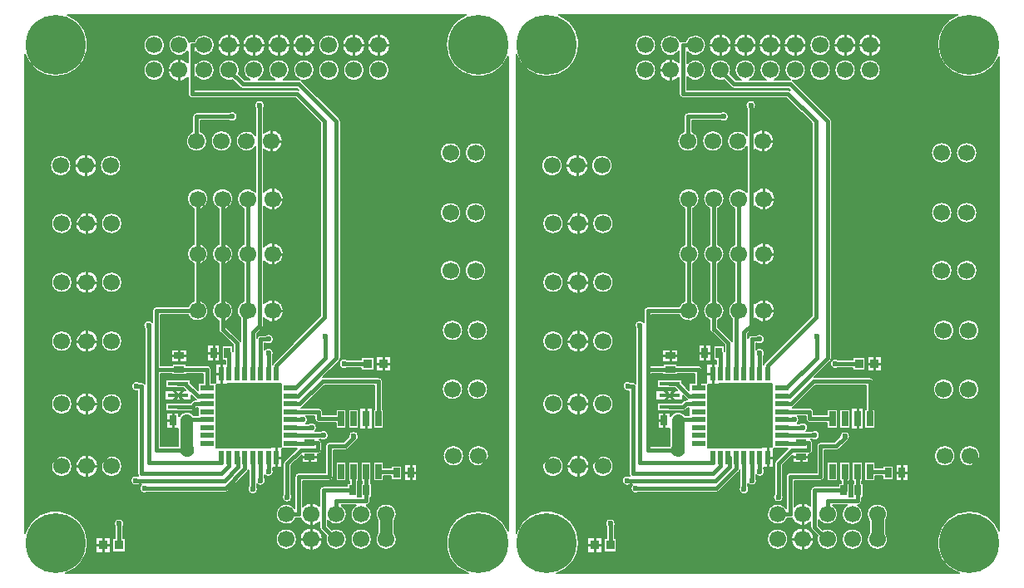
<source format=gtl>
G04 EasyPC Gerber Version 21.0.3 Build 4286 *
G04 #@! TF.Part,Single*
G04 #@! TF.FileFunction,Copper,L1,Top *
G04 #@! TF.FilePolarity,Positive *
%FSLAX45Y45*%
%MOIN*%
G04 #@! TA.AperFunction,SMDPad*
%ADD119R,0.02362X0.05807*%
%ADD73R,0.02559X0.03937*%
%ADD76R,0.02559X0.05906*%
%ADD78R,0.03346X0.03740*%
G04 #@! TD.AperFunction*
%ADD22C,0.00500*%
%ADD25C,0.01000*%
%ADD120C,0.01500*%
G04 #@! TA.AperFunction,ViaPad*
%ADD84C,0.02362*%
G04 #@! TD.AperFunction*
%ADD88C,0.05000*%
G04 #@! TA.AperFunction,ViaPad*
%ADD87C,0.05600*%
G04 #@! TA.AperFunction,ComponentPad*
%ADD77C,0.06693*%
G04 #@! TA.AperFunction,WasherPad*
%ADD27C,0.24016*%
G04 #@! TA.AperFunction,SMDPad*
%ADD75R,0.08268X0.01575*%
%ADD118R,0.05807X0.02362*%
%ADD74R,0.03937X0.02559*%
X0Y0D02*
D02*
D22*
X160463Y421553D02*
Y392431D01*
X167500*
Y399394*
X162858*
Y405831*
X167917*
Y404279*
G75*
G02X168780Y405335I3120J-1667*
G01*
Y405461*
X168940*
G75*
G02X173939Y404636I2098J-2848*
G01*
X175372*
Y407675*
X174862*
X174160Y406973*
G75*
G02X173006Y406494I-1154J1151*
G01*
X172508*
Y406457*
X162480*
Y409791*
X172368*
X173033Y410456*
G75*
G02X174187Y410935I1154J-1151*
G01*
X174779*
G75*
G02X174214Y411304I589J1520*
G01*
X172878Y412640*
Y410811*
X162110*
Y414886*
X170632*
X169612Y415906*
X162480*
Y419240*
X172508*
Y417620*
X175372Y414756*
Y417665*
X177526*
Y421553*
X170736*
Y421024*
X165039*
Y421553*
X160463*
G36*
Y392431*
X167500*
Y399394*
X162858*
Y405831*
X167917*
Y404279*
G75*
G02X168780Y405335I3120J-1667*
G01*
Y405461*
X168940*
G75*
G02X173939Y404636I2098J-2848*
G01*
X175372*
Y407675*
X174862*
X174160Y406973*
G75*
G02X173006Y406494I-1154J1151*
G01*
X172508*
Y406457*
X162480*
Y409791*
X172368*
X173033Y410456*
G75*
G02X174187Y410935I1154J-1151*
G01*
X174779*
G75*
G02X174214Y411304I589J1520*
G01*
X172878Y412640*
Y410811*
X162110*
Y414886*
X170632*
X169612Y415906*
X162480*
Y419240*
X172508*
Y417620*
X175372Y414756*
Y417665*
X177526*
Y421553*
X170736*
Y421024*
X165039*
Y421553*
X160463*
G37*
X182939Y417112D02*
Y391679D01*
X204433*
Y392049*
X208742*
Y417482*
X187248*
Y417112*
X182939*
G36*
Y391679*
X204433*
Y392049*
X208742*
Y417482*
X187248*
Y417112*
X182939*
G37*
X299671Y548613D02*
G75*
G02X274882Y553557I-11902J4944D01*
G01*
G75*
G02X282921Y565498I12888*
G01*
X123287*
G75*
G02X118439Y540669I-4848J-11941*
G01*
G75*
G02X106183Y549571I0J12888*
G01*
Y357543*
G75*
G02X131327Y353557I12256J-3986*
G01*
G75*
G02X122425Y341301I-12888J0*
G01*
X283784*
G75*
G02X287770Y366445I3986J12256*
G01*
G75*
G02X299671Y358502J-12888*
G01*
Y548613*
X282441Y462848D02*
G75*
G02X290894I4226D01*
G01*
G75*
G02X282441I-4226*
G01*
X283228Y415211D02*
G75*
G02X291681I4226D01*
G01*
G75*
G02X283228I-4226*
G01*
X283622Y388489D02*
G75*
G02X292075I4226D01*
G01*
G75*
G02X283622I-4226*
G01*
X283228Y438833D02*
G75*
G02X291681I4226D01*
G01*
G75*
G02X283228I-4226*
G01*
X282441Y486077D02*
G75*
G02X290894I4226D01*
G01*
G75*
G02X282441I-4226*
G01*
Y510093D02*
G75*
G02X290894I4226D01*
G01*
G75*
G02X282441I-4226*
G01*
X136260Y504974D02*
G75*
G02X144713I4226D01*
G01*
G75*
G02X136260I-4226*
G01*
X136654Y384305D02*
G75*
G02X145106I4226D01*
G01*
G75*
G02X136654I-4226*
G01*
X145502Y355362D02*
X146425D01*
Y349862*
X141319*
Y355362*
X142242*
Y360012*
G75*
G02X141811Y361274I1630J1261*
G01*
G75*
G02X145933I2061*
G01*
G75*
G02X145502Y360012I-2061*
G01*
Y355362*
X136654Y409305D02*
G75*
G02X145106I4226D01*
G01*
G75*
G02X136654I-4226*
G01*
Y434502D02*
G75*
G02X145106I4226D01*
G01*
G75*
G02X136654I-4226*
G01*
Y458124D02*
G75*
G02X145106I4226D01*
G01*
G75*
G02X136654I-4226*
G01*
Y481746D02*
G75*
G02X145106I4226D01*
G01*
G75*
G02X136654I-4226*
G01*
X249459Y407232D02*
X249988D01*
Y399567*
X245669*
Y407232*
X246199*
Y416730*
X226043*
X217467Y408154*
G75*
G02X216902Y407785I-1154J1151*
G01*
X223793*
G75*
G02X225423Y406156J-1630*
G01*
Y405030*
X230669*
Y407232*
X234988*
Y399567*
X230669*
Y401770*
X223793*
G75*
G02X222163Y403400J1630*
G01*
Y404526*
X218886*
G75*
G02Y401486I-1392J-1520*
G01*
X219776*
G75*
G02X222430Y398337I1261J-1630*
G01*
X224500*
G75*
G02X227823Y396707I1261J-1630*
G01*
G75*
G02X224500Y395077I-2061*
G01*
X224264*
G75*
G02X225030Y393695I-864J-1382*
G01*
Y390801*
G75*
G02X223469Y389173I-1630*
G01*
Y385614*
X217031*
Y388821*
X212825Y384614*
Y373165*
G75*
G02X213256Y371904I-1630J-1261*
G01*
G75*
G02X209134I-2061*
G01*
G75*
G02X209565Y373165I2061*
G01*
Y385289*
G75*
G02X210044Y386443I1630*
G01*
X215096Y391496*
X209295*
Y383742*
X205344*
Y383401*
G75*
G02X202195Y380748I-1630J-1261*
G01*
Y379858*
G75*
G02X199045Y377204I-1630J-1261*
G01*
Y376315*
G75*
G02X199476Y375053I-1630J-1261*
G01*
G75*
G02X195354I-2061*
G01*
G75*
G02X195785Y376315I2061*
G01*
Y382731*
G75*
G02X195417Y382167I-1520J589*
G01*
X187546Y374296*
G75*
G02X186392Y373817I-1154J1151*
G01*
X155370*
G75*
G02X152716Y376967I-1261J1630*
G01*
X151826*
G75*
G02X148504Y378596I-1261J1630*
G01*
G75*
G02X151636Y380357I2061*
G01*
G75*
G02X151297Y381352I1291J995*
G01*
Y414387*
G75*
G02X148760Y416392I-476J2005*
G01*
G75*
G02X152082Y418022I2061*
G01*
X152927*
G75*
G02X154053Y417570J-1630*
G01*
Y439540*
G75*
G02X157203Y442193I1630J1261*
G01*
Y446707*
G75*
G02X158833Y448337I1630*
G01*
X171429*
G75*
G02X173699Y450606I3900J-1630*
G01*
Y465642*
G75*
G02Y473441I1630J3900*
G01*
Y487689*
G75*
G02X171102Y491589I1630J3900*
G01*
G75*
G02X179555I4226*
G01*
G75*
G02X176959Y487689I-4226*
G01*
Y473441*
G75*
G02Y465642I-1630J-3900*
G01*
Y450606*
G75*
G02X179555Y446707I-1630J-3900*
G01*
G75*
G02X171429Y445077I-4226*
G01*
X160463*
Y424813*
X165039*
Y425343*
X170736*
Y424813*
X179156*
G75*
G02X180785Y423183J-1630*
G01*
Y417665*
X182386*
Y425419*
X186337*
Y426929*
X185157*
Y432626*
X189476*
Y430392*
G75*
G02X189486Y430367I-1512J-614*
G01*
Y433039*
X184861Y437665*
G75*
G02X183699Y439226I468J1561*
G01*
Y442807*
G75*
G02Y450606I1630J3900*
G01*
Y465642*
G75*
G02Y473441I1630J3900*
G01*
Y487689*
G75*
G02X181102Y491589I1630J3900*
G01*
G75*
G02X189555I4226*
G01*
G75*
G02X186959Y487689I-4226*
G01*
Y473441*
G75*
G02Y465642I-1630J-3900*
G01*
Y450606*
G75*
G02Y442807I-1630J-3900*
G01*
Y440177*
X192267Y434869*
G75*
G02X192636Y434304I-1151J-1154*
G01*
Y443449*
G75*
G02X193699Y450606I2693J3257*
G01*
Y465642*
G75*
G02Y473441I1630J3900*
G01*
Y487689*
G75*
G02X191102Y491589I1630J3900*
G01*
G75*
G02X198541Y494335I4226*
G01*
Y512613*
G75*
G02X190709Y514817I-3606J2204*
G01*
G75*
G02X198541Y517021I4226*
G01*
Y527969*
G75*
G02X198110Y529230I1630J1261*
G01*
G75*
G02X202232I2061*
G01*
G75*
G02X201801Y527969I-2061*
G01*
Y518180*
G75*
G02X209531Y514817I3134J-3363*
G01*
G75*
G02X201801Y511454I-4596*
G01*
Y494535*
G75*
G02X209925Y491589I3528J-2947*
G01*
G75*
G02X201801Y488642I-4596*
G01*
Y472488*
G75*
G02X209925Y469541I3528J-2947*
G01*
G75*
G02X201801Y466594I-4596*
G01*
Y449654*
G75*
G02X209925Y446707I3528J-2947*
G01*
G75*
G02X201801Y443760I-4596*
G01*
Y440801*
G75*
G02X201322Y439647I-1630*
G01*
X199045Y437370*
Y435879*
G75*
G02X200565Y436919I1520J-589*
G01*
X202453*
G75*
G02X205776Y435289I1261J-1630*
G01*
G75*
G02X202453Y433659I-2061*
G01*
X202195*
Y431170*
G75*
G02X205344Y428516I1520J-1392*
G01*
Y425249*
G75*
G02X205713Y425813I1520J-589*
G01*
X224526Y444626*
Y522016*
X214457Y532085*
X173006*
G75*
G02X171376Y533715J1630*
G01*
Y540243*
G75*
G02X163331Y543281I-3449J3039*
G01*
G75*
G02X171376Y546320I4596*
G01*
Y550839*
G75*
G02X163701Y553281I-3449J2443*
G01*
G75*
G02X171963Y554535I4226*
G01*
G75*
G02X173006Y554911I1042J-1253*
G01*
X174028*
G75*
G02X182154Y553281I3900J-1630*
G01*
G75*
G02X174636Y550630I-4226*
G01*
Y545933*
G75*
G02X182154Y543281I3291J-2651*
G01*
G75*
G02X174636Y540630I-4226*
G01*
Y535344*
X215132*
G75*
G02X215881Y535162J-1630*
G01*
X215179Y535864*
X193439*
G75*
G02X192173Y536390J1787*
G01*
X189284Y539279*
G75*
G02X183701Y543281I-1357J4003*
G01*
G75*
G02X192154I4226*
G01*
G75*
G02X191867Y541752I-4226*
G01*
X194180Y539439*
X196167*
G75*
G02X193701Y543281I1760J3843*
G01*
G75*
G02X202154I4226*
G01*
G75*
G02X199687Y539439I-4226*
G01*
X206167*
G75*
G02X203701Y543281I1760J3843*
G01*
G75*
G02X212154I4226*
G01*
G75*
G02X209687Y539439I-4226*
G01*
X215919*
G75*
G02X216226Y539412I-1J-1787*
G01*
G75*
G02X213701Y543281I1701J3869*
G01*
G75*
G02X222154I4226*
G01*
G75*
G02X216796Y539209I-4226*
G01*
G75*
G02X217185Y538913I-876J-1558*
G01*
X232142Y523957*
G75*
G02X232667Y522691I-1262J-1266*
G01*
Y427809*
G75*
G02X232142Y426543I-1787*
G01*
X225589Y419990*
X247829*
G75*
G02X249459Y418360J-1630*
G01*
Y407232*
X179236Y432996D02*
X184295D01*
Y426559*
X179236*
Y432996*
X164669Y431264D02*
X171106D01*
Y426205*
X164669*
Y431264*
X187985Y526289D02*
G75*
G02X191307Y524659I1261J-1630D01*
G01*
G75*
G02X187985Y523030I-2061*
G01*
X176565*
Y518717*
G75*
G02X179161Y514817I-1630J-3900*
G01*
G75*
G02X170709I-4226*
G01*
G75*
G02X173305Y518717I4226*
G01*
Y524659*
G75*
G02X174935Y526289I1630*
G01*
X187985*
X180709Y514817D02*
G75*
G02X189161I4226D01*
G01*
G75*
G02X180709I-4226*
G01*
X240925Y428197D02*
X246031D01*
Y422697*
X240925*
Y423817*
X235291*
G75*
G02X231969Y425447I-1261J1630*
G01*
G75*
G02X235291Y427077I2061*
G01*
X240925*
Y428197*
X235669Y407232D02*
X239988D01*
Y399567*
X235669*
Y407232*
X244774Y377508D02*
X245146D01*
Y371811*
X244616*
Y370329*
G75*
G02X242995Y368699I-1630*
G01*
G75*
G02X245096Y365046I-2125J-3653*
G01*
G75*
G02X236643I-4226*
G01*
G75*
G02X238744Y368699I4226*
G01*
X232995*
G75*
G02X235096Y365046I-2125J-3653*
G01*
G75*
G02X227392Y362644I-4226*
G01*
Y360445*
X229000Y358836*
G75*
G02X235096Y355046I1869J-3791*
G01*
G75*
G02X226643I-4226*
G01*
G75*
G02X226856Y356370I4227*
G01*
X224611Y358616*
G75*
G02X224132Y359770I1151J1154*
G01*
Y361807*
G75*
G02X216529Y363534I-3262J3238*
G01*
G75*
G02X215919Y363416I-609J1511*
G01*
X214769*
G75*
G02X206643Y365046I-3900J1630*
G01*
G75*
G02X214289Y367529I4226*
G01*
Y380171*
G75*
G02X215919Y381801I1630*
G01*
X226494*
Y392376*
G75*
G02X228124Y394006I1630*
G01*
X233748*
X235785Y396043*
G75*
G02X235768Y396313I2043J270*
G01*
G75*
G02X239890I2061*
G01*
G75*
G02X238912Y394559I-2061*
G01*
X235577Y391225*
G75*
G02X234423Y390746I-1154J1151*
G01*
X229754*
Y380171*
G75*
G02X228124Y378541I-1630*
G01*
X217549*
Y368224*
G75*
G02X224132Y368284I3320J-3178*
G01*
Y374659*
G75*
G02X225762Y376289I1630*
G01*
X235276*
Y377508*
X236199*
Y378307*
X235669*
Y385972*
X239988*
Y378307*
X239459*
Y377508*
X239594*
Y371959*
X240827*
Y377508*
X241199*
Y378307*
X240669*
Y385972*
X244988*
Y378307*
X244774*
Y377508*
X230669Y385972D02*
X234988D01*
Y378307*
X230669*
Y385972*
X236643Y355046D02*
G75*
G02X245096I4226D01*
G01*
G75*
G02X236643I-4226*
G01*
X216273D02*
G75*
G02X225466I4596D01*
G01*
G75*
G02X216273I-4596*
G01*
X240299Y407602D02*
X245358D01*
Y399197*
X240299*
Y407602*
X252992Y384594D02*
X257311D01*
Y378898*
X252992*
Y380510*
X249988*
Y378307*
X245669*
Y385972*
X249988*
Y383770*
X252992*
Y384594*
X246643Y365046D02*
G75*
G02X255096I4226D01*
G01*
G75*
G02X254250Y362508I-4226*
G01*
Y357583*
G75*
G02X255096Y355046I-3380J-2537*
G01*
G75*
G02X246643I-4226*
G01*
G75*
G02X247490Y357583I4226*
G01*
Y362508*
G75*
G02X246643Y365046I3380J2537*
G01*
X206643Y355046D02*
G75*
G02X215096I4226D01*
G01*
G75*
G02X206643I-4226*
G01*
X153701Y543281D02*
G75*
G02X162154I4226D01*
G01*
G75*
G02X153701I-4226*
G01*
Y553281D02*
G75*
G02X162154I4226D01*
G01*
G75*
G02X153701I-4226*
G01*
X183331D02*
G75*
G02X192524I4596D01*
G01*
G75*
G02X183331I-4596*
G01*
X193331D02*
G75*
G02X202524I4596D01*
G01*
G75*
G02X193331I-4596*
G01*
X203331D02*
G75*
G02X212524I4596D01*
G01*
G75*
G02X203331I-4596*
G01*
X213331D02*
G75*
G02X222524I4596D01*
G01*
G75*
G02X213331I-4596*
G01*
X223701Y543281D02*
G75*
G02X232154I4226D01*
G01*
G75*
G02X223701I-4226*
G01*
Y553281D02*
G75*
G02X232154I4226D01*
G01*
G75*
G02X223701I-4226*
G01*
X233331D02*
G75*
G02X242524I4596D01*
G01*
G75*
G02X233331I-4596*
G01*
X233701Y543281D02*
G75*
G02X242154I4226D01*
G01*
G75*
G02X233701I-4226*
G01*
X243331Y553281D02*
G75*
G02X252524I4596D01*
G01*
G75*
G02X243331I-4596*
G01*
X243701Y543281D02*
G75*
G02X252154I4226D01*
G01*
G75*
G02X243701I-4226*
G01*
X246854Y428567D02*
X252701D01*
Y422327*
X246854*
Y428567*
X258173Y384965D02*
X263232D01*
Y378528*
X258173*
Y384965*
X272441Y462848D02*
G75*
G02X280894I4226D01*
G01*
G75*
G02X272441I-4226*
G01*
X273228Y415211D02*
G75*
G02X281681I4226D01*
G01*
G75*
G02X273228I-4226*
G01*
X273622Y388489D02*
G75*
G02X282075I4226D01*
G01*
G75*
G02X273622I-4226*
G01*
X273228Y438833D02*
G75*
G02X281681I4226D01*
G01*
G75*
G02X273228I-4226*
G01*
X272441Y486077D02*
G75*
G02X280894I4226D01*
G01*
G75*
G02X272441I-4226*
G01*
Y510093D02*
G75*
G02X280894I4226D01*
G01*
G75*
G02X272441I-4226*
G01*
X125890Y504974D02*
G75*
G02X135083I4596D01*
G01*
G75*
G02X125890I-4596*
G01*
X126283Y384305D02*
G75*
G02X135476I4596D01*
G01*
G75*
G02X126283I-4596*
G01*
X134650Y355732D02*
X140496D01*
Y349492*
X134650*
Y355732*
X126283Y409305D02*
G75*
G02X135476I4596D01*
G01*
G75*
G02X126283I-4596*
G01*
Y434502D02*
G75*
G02X135476I4596D01*
G01*
G75*
G02X126283I-4596*
G01*
Y458124D02*
G75*
G02X135476I4596D01*
G01*
G75*
G02X126283I-4596*
G01*
Y481746D02*
G75*
G02X135476I4596D01*
G01*
G75*
G02X126283I-4596*
G01*
X116260Y504974D02*
G75*
G02X124713I4226D01*
G01*
G75*
G02X116260I-4226*
G01*
X116654Y384305D02*
G75*
G02X125106I4226D01*
G01*
G75*
G02X116654I-4226*
G01*
Y409305D02*
G75*
G02X125106I4226D01*
G01*
G75*
G02X116654I-4226*
G01*
Y434502D02*
G75*
G02X125106I4226D01*
G01*
G75*
G02X116654I-4226*
G01*
Y458124D02*
G75*
G02X125106I4226D01*
G01*
G75*
G02X116654I-4226*
G01*
Y481746D02*
G75*
G02X125106I4226D01*
G01*
G75*
G02X116654I-4226*
G01*
X274917Y352612D02*
G36*
X254325D01*
G75*
G02X247414I-3456J2433*
G01*
X244325*
G75*
G02X237414I-3456J2433*
G01*
X234325*
G75*
G02X227414I-3456J2433*
G01*
X224769*
G75*
G02X216970I-3900J2433*
G01*
X214325*
G75*
G02X207414I-3456J2433*
G01*
X146425*
Y349862*
X141319*
Y352612*
X140496*
Y349492*
X134650*
Y352612*
X131292*
G75*
G02X123124Y341551I-12853J945*
G01*
X283084*
G75*
G02X274917Y352612I4685J12006*
G01*
G37*
X275246Y356598D02*
G36*
X254800D01*
G75*
G02X255096Y355046I-3933J-1554*
G01*
G75*
G02X254325Y352612I-4226*
G01*
X274917*
G75*
G02X274882Y353557I12855J944*
G01*
G75*
G02X275246Y356598I12889J-1*
G01*
G37*
X141319Y352612D02*
G36*
Y355362D01*
X142242*
Y356598*
X130963*
G75*
G02X131327Y353557I-12524J-3042*
G01*
G75*
G02X131292Y352612I-12889J0*
G01*
X134650*
Y355732*
X140496*
Y352612*
X141319*
G37*
X206939Y356598D02*
G36*
X145502D01*
Y355362*
X146425*
Y352612*
X207414*
G75*
G02X206643Y355046I3456J2433*
G01*
G75*
G02X206939Y356598I4226J0*
G01*
G37*
X216543D02*
G36*
X214800D01*
G75*
G02X215096Y355046I-3931J-1553*
G01*
G75*
G02X214325Y352612I-4226*
G01*
X216970*
G75*
G02X216273Y355046I3900J2433*
G01*
G75*
G02X216543Y356598I4596J0*
G01*
G37*
X226628D02*
G36*
X225196D01*
G75*
G02X225466Y355046I-4326J-1552*
G01*
G75*
G02X224769Y352612I-4596J0*
G01*
X227414*
G75*
G02X226643Y355046I3456J2433*
G01*
Y355046*
G75*
G02X226856Y356370I4224*
G01*
X226628Y356598*
G37*
X236939D02*
G36*
X234800D01*
G75*
G02X235096Y355046I-3931J-1553*
G01*
G75*
G02X234325Y352612I-4226*
G01*
X237414*
G75*
G02X236643Y355046I3456J2433*
G01*
G75*
G02X236939Y356598I4226J0*
G01*
G37*
X246939D02*
G36*
X244800D01*
G75*
G02X245096Y355046I-3931J-1553*
G01*
G75*
G02X244325Y352612I-4226*
G01*
X247414*
G75*
G02X246643Y355046I3456J2433*
G01*
G75*
G02X246939Y356598I4229J-1*
G01*
G37*
X226628D02*
G36*
X224611Y358616D01*
G75*
G02X224132Y359770I1150J1154*
G01*
Y359770*
Y361807*
G75*
G02X216529Y363534I-3262J3238*
G01*
G75*
G02X215919Y363416I-611J1521*
G01*
X214769*
G75*
G02X206643Y365046I-3900J1630*
G01*
G75*
G02X214289Y367529I4226*
G01*
Y380171*
G75*
G02X215919Y381801I1630*
G01*
X226494*
Y384305*
X212825*
Y373165*
G75*
G02X213256Y371904I-1628J-1261*
G01*
G75*
G02X209134Y371904I-2061J-1*
G01*
G75*
G02X209565Y373165I2059J1*
G01*
Y384305*
X209295*
Y383742*
X205344*
Y383401*
G75*
G02X205776Y382140I-1630J-1261*
G01*
G75*
G02X202195Y380748I-2061*
G01*
Y379858*
G75*
G02X202626Y378596I-1630J-1261*
G01*
G75*
G02X199045Y377204I-2061*
G01*
Y376315*
G75*
G02X199476Y375054I-1628J-1261*
G01*
G75*
G02Y375053I-2374J0*
G01*
G75*
G02X195354I-2061*
G01*
G75*
G02Y375054I2374J0*
G01*
G75*
G02X195785Y376315I2059*
G01*
Y382731*
G75*
G02X195417Y382167I-1519J589*
G01*
X187546Y374296*
G75*
G02X186392Y373817I-1154J1150*
G01*
X155370*
G75*
G02X152047Y375447I-1261J1630*
G01*
G75*
G02X152716Y376967I2061*
G01*
X151826*
G75*
G02X148504Y378596I-1261J1630*
G01*
G75*
G02X151636Y380357I2061J0*
G01*
G75*
G02X151297Y381352I1291J995*
G01*
Y384305*
X145106*
G75*
G02X136654I-4226*
G01*
X135476*
G75*
G02X126283I-4596*
G01*
X125106*
G75*
G02X116654I-4226*
G01*
X106433*
Y358243*
G75*
G02X130963Y356598I12006J-4685*
G01*
X142242*
Y360012*
G75*
G02X141811Y361273I1628J1261*
G01*
G75*
G02Y361274I2374J0*
G01*
G75*
G02X145933I2061*
G01*
G75*
G02Y361273I-2374J0*
G01*
G75*
G02X145502Y360012I-2059*
G01*
Y356598*
X206939*
G75*
G02X214800I3931J-1553*
G01*
X216543*
G75*
G02X225196I4326J-1553*
G01*
X226628*
G37*
X235669Y384305D02*
G36*
X234988D01*
Y378307*
X230669*
Y384305*
X229754*
Y380171*
G75*
G02X228124Y378541I-1630*
G01*
X217549*
Y368224*
G75*
G02X224132Y368284I3320J-3178*
G01*
Y374659*
G75*
G02X225762Y376289I1630*
G01*
X235276*
Y377508*
X236199*
Y378307*
X235669*
Y384305*
G37*
X240669D02*
G36*
X239988D01*
Y378307*
X239459*
Y377508*
X239594*
Y371959*
X240827*
Y377508*
X241199*
Y378307*
X240669*
Y384305*
G37*
X252992D02*
G36*
X249988D01*
Y383770*
X252992*
Y384305*
G37*
X299421Y359065D02*
G36*
Y384305D01*
X288449*
G75*
G02X287248I-601J4184*
G01*
X278449*
G75*
G02X277248I-601J4184*
G01*
X263232*
Y378528*
X258173*
Y384305*
X257311*
Y378898*
X252992*
Y380510*
X249988*
Y378307*
X245669*
Y384305*
X244988*
Y378307*
X244774*
Y377508*
X245146*
Y371811*
X244616*
Y370329*
G75*
G02X242995Y368699I-1630*
G01*
G75*
G02X245096Y365046I-2124J-3653*
G01*
Y365046*
G75*
G02X236643I-4226*
G01*
Y365046*
G75*
G02X238744Y368699I4226*
G01*
X232995*
G75*
G02X235096Y365046I-2124J-3653*
G01*
Y365046*
G75*
G02X227392Y362644I-4226*
G01*
Y360445*
X229000Y358836*
G75*
G02X234800Y356598I1869J-3791*
G01*
X236939*
G75*
G02X244800I3931J-1553*
G01*
X246939*
G75*
G02X247490Y357583I3933J-1554*
G01*
Y362508*
G75*
G02X246643Y365046I3382J2538*
G01*
G75*
G02X255096I4226*
G01*
G75*
G02X254250Y362508I-4229J1*
G01*
Y357583*
G75*
G02X254800Y356598I-3383J-2539*
G01*
X275246*
G75*
G02X287770Y366445I12524J-3041*
G01*
G75*
G02X299421Y359065J-12888*
G01*
G37*
X116654Y384305D02*
G36*
G75*
G02X120279Y388489I4226D01*
G01*
X106433*
Y384305*
X116654*
G37*
X126283D02*
G36*
G75*
G02X128976Y388489I4596D01*
G01*
X121481*
G75*
G02X125106Y384305I-601J-4183*
G01*
X126283*
G37*
X136654D02*
G36*
G75*
G02X140279Y388489I4226D01*
G01*
X132784*
G75*
G02X135476Y384305I-1904J-4183*
G01*
X136654*
G37*
X151297Y388489D02*
G36*
X141481D01*
G75*
G02X145106Y384305I-601J-4183*
G01*
X151297*
Y388489*
G37*
X212089D02*
G36*
X209295D01*
Y384305*
X209565*
Y385289*
Y385290*
G75*
G02X210044Y386443I1629*
G01*
X212089Y388489*
G37*
X226494D02*
G36*
X223469D01*
Y385614*
X217031*
Y388489*
X216699*
X212825Y384614*
Y384305*
X226494*
Y388489*
G37*
X273622D02*
G36*
X229754D01*
Y384305*
X230669*
Y385972*
X234988*
Y384305*
X235669*
Y385972*
X239988*
Y384305*
X240669*
Y385972*
X244988*
Y384305*
X245669*
Y385972*
X249988*
Y384305*
X252992*
Y384594*
X257311*
Y384305*
X258173*
Y384965*
X263232*
Y384305*
X277248*
G75*
G02X273622Y388489I601J4183*
G01*
G37*
X283622D02*
G36*
X282075D01*
G75*
G02X278449Y384305I-4226*
G01*
X287248*
G75*
G02X283622Y388489I601J4183*
G01*
G37*
X292075D02*
G36*
G75*
G02X288449Y384305I-4226D01*
G01*
X299421*
Y388489*
X292075*
G37*
X151297Y403400D02*
G36*
X106433D01*
Y388489*
X120279*
G75*
G02X121481I601J-4184*
G01*
X128976*
G75*
G02X132784I1904J-4184*
G01*
X140279*
G75*
G02X141481I601J-4184*
G01*
X151297*
Y403400*
G37*
X212089Y388489D02*
G36*
X215096Y391496D01*
X209295*
Y388489*
X212089*
G37*
X217031D02*
G36*
Y388821D01*
X216699Y388489*
X217031*
G37*
X249988Y403400D02*
G36*
Y399567D01*
X245669*
Y403400*
X245358*
Y399197*
X240299*
Y403400*
X239988*
Y399567*
X235669*
Y403400*
X234988*
Y399567*
X230669*
Y401770*
X223793*
G75*
G02X222163Y403400J1630*
G01*
X219517*
G75*
G02X219555Y403006I-2023J-393*
G01*
G75*
G02X218886Y401486I-2061*
G01*
X219776*
G75*
G02X223098Y399856I1261J-1630*
G01*
G75*
G02X222430Y398337I-2061*
G01*
X224500*
G75*
G02X227823Y396707I1261J-1630*
G01*
G75*
G02X224500Y395077I-2061*
G01*
X224264*
G75*
G02X225030Y393695I-865J-1383*
G01*
Y390801*
Y390801*
G75*
G02X223469Y389173I-1630*
G01*
Y388489*
X226494*
Y392376*
G75*
G02X228124Y394006I1630*
G01*
X233748*
X235785Y396043*
G75*
G02X235768Y396310I2001J267*
G01*
G75*
G02Y396313I1926J2*
G01*
G75*
G02X239890I2061*
G01*
G75*
G02X238912Y394559I-2061*
G01*
X235577Y391225*
G75*
G02X234423Y390746I-1154J1150*
G01*
X229754*
Y388489*
X273622*
G75*
G02X282075I4226*
G01*
X283622*
G75*
G02X292075I4226*
G01*
X299421*
Y403400*
X249988*
G37*
X151297D02*
G36*
Y409305D01*
X145106*
G75*
G02X136654I-4226*
G01*
X135476*
G75*
G02X126283I-4596*
G01*
X125106*
G75*
G02X116654I-4226*
G01*
X106433*
Y403400*
X151297*
G37*
X245669D02*
G36*
Y407232D01*
X246199*
Y409305*
X218618*
X217467Y408154*
G75*
G02X216902Y407785I-1153J1150*
G01*
X223793*
G75*
G02X225423Y406156J-1630*
G01*
Y405030*
X230669*
Y407232*
X234988*
Y403400*
X235669*
Y407232*
X239988*
Y403400*
X240299*
Y407602*
X245358*
Y403400*
X245669*
G37*
X222163D02*
G36*
Y404526D01*
X218886*
G75*
G02X219517Y403400I-1392J-1520*
G01*
X222163*
G37*
X249988D02*
G36*
X299421D01*
Y409305*
X249459*
Y407232*
X249988*
Y403400*
G37*
X149132Y415211D02*
G36*
X106433D01*
Y409305*
X116654*
G75*
G02X125106I4226*
G01*
X126283*
G75*
G02X135476I4596*
G01*
X136654*
G75*
G02X145106I4226*
G01*
X151297*
Y414387*
G75*
G02X149132Y415211I-476J2005*
G01*
G37*
X246199D02*
G36*
X224524D01*
X218618Y409305*
X246199*
Y415211*
G37*
X249459D02*
G36*
Y409305D01*
X299421*
Y415211*
X291681*
G75*
G02X283228I-4226*
G01*
X281681*
G75*
G02X273228I-4226*
G01*
X249459*
G37*
X149132D02*
G36*
G75*
G02X148760Y416392I1689J1181D01*
G01*
G75*
G02X152082Y418022I2061*
G01*
X152927*
G75*
G02X154053Y417570I-1J-1632*
G01*
Y425447*
X106433*
Y415211*
X149132*
G37*
X186337Y425447D02*
G36*
X160463D01*
Y424813*
X165039*
Y425343*
X170736*
Y424813*
X179156*
G75*
G02X180785Y423183J-1630*
G01*
Y417665*
X182386*
Y425419*
X186337*
Y425447*
G37*
X205437D02*
G36*
X205344D01*
Y425249*
G75*
G02X205437Y425447I1519J-589*
G01*
G37*
X246199Y415211D02*
G36*
Y416730D01*
X226043*
X224524Y415211*
X246199*
G37*
X252701Y425447D02*
G36*
Y422327D01*
X246854*
Y425447*
X246031*
Y422697*
X240925*
Y423817*
X235291*
G75*
G02X231969Y425447I-1261J1630*
G01*
X231046*
X225589Y419990*
X247829*
G75*
G02X249459Y418360J-1630*
G01*
Y415211*
X273228*
G75*
G02X281681I4226*
G01*
X283228*
G75*
G02X291681I4226*
G01*
X299421*
Y425447*
X252701*
G37*
X154053Y429778D02*
G36*
X106433D01*
Y425447*
X154053*
Y429778*
G37*
X185157D02*
G36*
X184295D01*
Y426559*
X179236*
Y429778*
X171106*
Y426205*
X164669*
Y429778*
X160463*
Y425447*
X186337*
Y426929*
X185157*
Y429778*
G37*
X209677D02*
G36*
X205776D01*
G75*
G02X205344Y428516I-2061*
G01*
Y425447*
X205437*
G75*
G02X205713Y425813I1426J-787*
G01*
X209677Y429778*
G37*
X246031Y425447D02*
G36*
X246854D01*
Y428567*
X252701*
Y425447*
X299421*
Y429778*
X232667*
Y427809*
G75*
G02X232142Y426543I-1788*
G01*
X231046Y425447*
X231969*
G75*
G02X235291Y427077I2061*
G01*
X240925*
Y428197*
X246031*
Y425447*
G37*
X154053Y434502D02*
G36*
X145106D01*
G75*
G02X136654I-4226*
G01*
X135476*
G75*
G02X126283I-4596*
G01*
X125106*
G75*
G02X116654I-4226*
G01*
X106433*
Y429778*
X154053*
Y434502*
G37*
X185157Y429778D02*
G36*
Y432626D01*
X189476*
Y430392*
G75*
G02X189486Y430367I-319J-141*
G01*
Y433039*
X188024Y434502*
X160463*
Y429778*
X164669*
Y431264*
X171106*
Y429778*
X179236*
Y432996*
X184295*
Y429778*
X185157*
G37*
X192636Y434502D02*
G36*
X192543D01*
G75*
G02X192636Y434304I-1426J-787*
G01*
Y434502*
G37*
X214402D02*
G36*
X205619D01*
G75*
G02X202453Y433659I-1905J787*
G01*
X202195*
Y431170*
G75*
G02X205776Y429778I1520J-1392*
G01*
X209677*
X214402Y434502*
G37*
X232667D02*
G36*
Y429778D01*
X299421*
Y434502*
X232667*
G37*
X126283D02*
G36*
G75*
G02X129340Y438833I4596D01*
G01*
X106433*
Y434502*
X116654*
G75*
G02X125106I4226*
G01*
X126283*
G37*
X154053Y438833D02*
G36*
X132420D01*
G75*
G02X135476Y434502I-1540J-4331*
G01*
X136654*
G75*
G02X145106I4226*
G01*
X154053*
Y438833*
G37*
X188024Y434502D02*
G36*
X184861Y437665D01*
G75*
G02X183747Y438833I469J1561*
G01*
X160463*
Y434502*
X188024*
G37*
X218732Y438833D02*
G36*
X200508D01*
X199045Y437370*
Y435879*
G75*
G02X200565Y436919I1520J-589*
G01*
X202453*
G75*
G02X205776Y435289I1261J-1630*
G01*
G75*
G02X205619Y434502I-2061*
G01*
X214402*
X218732Y438833*
G37*
X192636Y434502D02*
G36*
Y438833D01*
X188303*
X192267Y434869*
G75*
G02X192543Y434502I-1150J-1153*
G01*
X192636*
G37*
X232667Y438833D02*
G36*
Y434502D01*
X299421*
Y438833*
X291681*
G75*
G02X283228I-4226*
G01*
X281681*
G75*
G02X273228I-4226*
G01*
X232667*
G37*
X173699Y458124D02*
G36*
X145106D01*
G75*
G02X136654I-4226*
G01*
X135476*
G75*
G02X126283I-4596*
G01*
X125106*
G75*
G02X116654I-4226*
G01*
X106433*
Y438833*
X129340*
G75*
G02X132420I1540J-4331*
G01*
X154053*
Y439540*
G75*
G02X153622Y440801I1630J1261*
G01*
G75*
G02X157203Y442193I2061*
G01*
Y446707*
G75*
G02X158833Y448337I1630*
G01*
X171429*
G75*
G02X173699Y450606I3900J-1630*
G01*
Y458124*
G37*
X183747Y438833D02*
G36*
G75*
G02X183699Y439226I1582J394D01*
G01*
Y442807*
G75*
G02X181102Y446707I1630J3900*
G01*
G75*
G02X183699Y450606I4227*
G01*
Y458124*
X176959*
Y450606*
G75*
G02X179555Y446707I-1631J-3900*
G01*
G75*
G02X171429Y445077I-4226J0*
G01*
X160463*
Y438833*
X183747*
G37*
X224526Y458124D02*
G36*
X201801D01*
Y449654*
G75*
G02X209925Y446707I3528J-2947*
G01*
G75*
G02X201801Y443760I-4596J0*
G01*
Y440801*
Y440801*
G75*
G02X201322Y439647I-1629*
G01*
X200508Y438833*
X218732*
X224526Y444626*
Y458124*
G37*
X193699D02*
G36*
X186959D01*
Y450606*
G75*
G02X189555Y446707I-1630J-3900*
G01*
G75*
G02X186959Y442807I-4227*
G01*
Y440177*
X188303Y438833*
X192636*
Y443449*
G75*
G02X191102Y446707I2693J3257*
G01*
G75*
G02X193699Y450606I4226*
G01*
Y458124*
G37*
X232667D02*
G36*
Y438833D01*
X273228*
G75*
G02X281681I4226*
G01*
X283228*
G75*
G02X291681I4226*
G01*
X299421*
Y458124*
X232667*
G37*
X173699Y462848D02*
G36*
X106433D01*
Y458124*
X116654*
G75*
G02X125106I4226*
G01*
X126283*
G75*
G02X135476I4596*
G01*
X136654*
G75*
G02X145106I4226*
G01*
X173699*
Y462848*
G37*
X224526D02*
G36*
X201801D01*
Y458124*
X224526*
Y462848*
G37*
X183699D02*
G36*
X176959D01*
Y458124*
X183699*
Y462848*
G37*
X193699D02*
G36*
X186959D01*
Y458124*
X193699*
Y462848*
G37*
X232667D02*
G36*
Y458124D01*
X299421*
Y462848*
X290894*
G75*
G02X282441I-4226*
G01*
X280894*
G75*
G02X272441I-4226*
G01*
X232667*
G37*
X173699Y481746D02*
G36*
X145106D01*
G75*
G02X136654I-4226*
G01*
X135476*
G75*
G02X126283I-4596*
G01*
X125106*
G75*
G02X116654I-4226*
G01*
X106433*
Y462848*
X173699*
Y465642*
G75*
G02X171102Y469541I1630J3900*
G01*
G75*
G02X173699Y473441I4227*
G01*
Y481746*
G37*
X224526D02*
G36*
X201801D01*
Y472488*
G75*
G02X209925Y469541I3528J-2947*
G01*
G75*
G02X201801Y466594I-4596J0*
G01*
Y462848*
X224526*
Y481746*
G37*
X183699D02*
G36*
X176959D01*
Y473441*
G75*
G02X179555Y469541I-1630J-3900*
G01*
G75*
G02X176959Y465642I-4227*
G01*
Y462848*
X183699*
Y465642*
G75*
G02X181102Y469541I1630J3900*
G01*
G75*
G02X183699Y473441I4227*
G01*
Y481746*
G37*
X193699D02*
G36*
X186959D01*
Y473441*
G75*
G02X189555Y469541I-1630J-3900*
G01*
G75*
G02X186959Y465642I-4227*
G01*
Y462848*
X193699*
Y465642*
G75*
G02X191102Y469541I1630J3900*
G01*
G75*
G02X193699Y473441I4227*
G01*
Y481746*
G37*
X232667D02*
G36*
Y462848D01*
X272441*
G75*
G02X280894I4226*
G01*
X282441*
G75*
G02X290894I4226*
G01*
X299421*
Y481746*
X232667*
G37*
X126283D02*
G36*
G75*
G02X129340Y486077I4596D01*
G01*
X106433*
Y481746*
X116654*
G75*
G02X125106I4226*
G01*
X126283*
G37*
X173699Y486077D02*
G36*
X132420D01*
G75*
G02X135476Y481746I-1540J-4331*
G01*
X136654*
G75*
G02X145106I4226*
G01*
X173699*
Y486077*
G37*
X224526D02*
G36*
X201801D01*
Y481746*
X224526*
Y486077*
G37*
X183699D02*
G36*
X176959D01*
Y481746*
X183699*
Y486077*
G37*
X193699D02*
G36*
X186959D01*
Y481746*
X193699*
Y486077*
G37*
X232667D02*
G36*
Y481746D01*
X299421*
Y486077*
X290894*
G75*
G02X282441I-4226*
G01*
X280894*
G75*
G02X272441I-4226*
G01*
X232667*
G37*
X198541Y504974D02*
G36*
X144713D01*
G75*
G02X136260I-4226*
G01*
X135083*
G75*
G02X125890I-4596*
G01*
X124713*
G75*
G02X116260I-4226*
G01*
X106433*
Y486077*
X129340*
G75*
G02X132420I1540J-4331*
G01*
X173699*
Y487689*
G75*
G02X171102Y491589I1631J3900*
G01*
G75*
G02X179555I4226*
G01*
G75*
G02Y491588I-5013J0*
G01*
G75*
G02X176959Y487689I-4226*
G01*
Y486077*
X183699*
Y487689*
G75*
G02X181102Y491589I1631J3900*
G01*
G75*
G02X189555I4226*
G01*
G75*
G02Y491588I-5013J0*
G01*
G75*
G02X186959Y487689I-4226*
G01*
Y486077*
X193699*
Y487689*
G75*
G02X191102Y491589I1631J3900*
G01*
G75*
G02X198541Y494335I4226J0*
G01*
Y504974*
G37*
X224526D02*
G36*
X201801D01*
Y494535*
G75*
G02X209925Y491589I3528J-2947*
G01*
G75*
G02X201801Y488642I-4596J0*
G01*
Y486077*
X224526*
Y504974*
G37*
X232667D02*
G36*
Y486077D01*
X272441*
G75*
G02X280894I4226*
G01*
X282441*
G75*
G02X290894I4226*
G01*
X299421*
Y504974*
X232667*
G37*
X198541Y510093D02*
G36*
X106433D01*
Y504974*
X116260*
G75*
G02X124713I4226*
G01*
X125890*
G75*
G02X135083I4596*
G01*
X136260*
G75*
G02X144713I4226*
G01*
X198541*
Y510093*
G37*
X224526D02*
G36*
X201801D01*
Y504974*
X224526*
Y510093*
G37*
X232667D02*
G36*
Y504974D01*
X299421*
Y510093*
X290894*
G75*
G02X282441I-4226*
G01*
X280894*
G75*
G02X272441I-4226*
G01*
X232667*
G37*
X198541D02*
G36*
Y512613D01*
G75*
G02X190709Y514817I-3606J2204*
G01*
G75*
G02X193166Y518656I4226*
G01*
X186704*
G75*
G02X189161Y514817I-1769J-3839*
G01*
G75*
G02X180709I-4226*
G01*
G75*
G02X183167Y518656I4226*
G01*
X176704*
G75*
G02X179161Y514817I-1770J-3839*
G01*
G75*
G02X170709I-4226*
G01*
G75*
G02Y514818I5013J0*
G01*
G75*
G02X173166Y518656I4226*
G01*
X106433*
Y510093*
X198541*
G37*
X224526Y518656D02*
G36*
X207463D01*
G75*
G02X209531Y514817I-2528J-3839*
G01*
G75*
G02X201801Y511454I-4596*
G01*
Y510093*
X224526*
Y518656*
G37*
X198541D02*
G36*
X196704D01*
G75*
G02X198541Y517021I-1769J-3838*
G01*
Y518656*
G37*
X202407D02*
G36*
X201801D01*
Y518180*
G75*
G02X202407Y518656I3134J-3364*
G01*
G37*
X232667D02*
G36*
Y510093D01*
X272441*
G75*
G02X280894I4226*
G01*
X282441*
G75*
G02X290894I4226*
G01*
X299421*
Y518656*
X232667*
G37*
X224526D02*
G36*
Y522016D01*
X214457Y532085*
X173006*
G75*
G02X171376Y533715J1630*
G01*
Y540243*
G75*
G02X163331Y543281I-3449J3039*
G01*
X162154*
G75*
G02X153701I-4226*
G01*
X126218*
G75*
G02X118439Y540669I-7779J10276*
G01*
G75*
G02X110660Y543281J12888*
G01*
X106433*
Y518656*
X173166*
G75*
G02X173305Y518717I1768J-3838*
G01*
Y524659*
G75*
G02X174935Y526289I1630*
G01*
X187985*
G75*
G02X191307Y524659I1261J-1630*
G01*
G75*
G02X187985Y523030I-2061*
G01*
X176565*
Y518717*
G75*
G02X176704Y518656I-1631J-3903*
G01*
X183167*
G75*
G02X186704I1769J-3839*
G01*
X193166*
G75*
G02X196704I1769J-3839*
G01*
X198541*
Y527969*
G75*
G02X198110Y529230I1628J1261*
G01*
G75*
G02X202232Y529230I2061J1*
G01*
G75*
G02X201801Y527969I-2059J-1*
G01*
Y518656*
X202407*
G75*
G02X207463I2528J-3839*
G01*
X224526*
G37*
X183701Y543281D02*
G36*
X182154D01*
G75*
G02X174636Y540630I-4226*
G01*
Y535344*
X215132*
G75*
G02X215881Y535162I1J-1626*
G01*
X215179Y535864*
X193439*
G75*
G02X192173Y536390J1788*
G01*
X189284Y539279*
G75*
G02X183701Y543281I-1357J4002*
G01*
Y543281*
G37*
X193701D02*
G36*
X192154D01*
G75*
G02X191867Y541752I-4235J2*
G01*
X194180Y539439*
X196167*
G75*
G02X193701Y543281I1760J3843*
G01*
G37*
X203701D02*
G36*
X202154D01*
G75*
G02X199687Y539439I-4226*
G01*
X206167*
G75*
G02X203701Y543281I1760J3843*
G01*
G37*
X213701D02*
G36*
X212154D01*
G75*
G02X209687Y539439I-4226*
G01*
X215919*
G75*
G02X216226Y539412J-1776*
G01*
G75*
G02X213701Y543281I1702J3870*
G01*
G37*
X279991D02*
G36*
X252154D01*
G75*
G02X243701I-4226*
G01*
X242154*
G75*
G02X233701I-4226*
G01*
X232154*
G75*
G02X223701I-4226*
G01*
X222154*
Y543281*
G75*
G02X216796Y539209I-4226*
G01*
G75*
G02X217185Y538913I-875J-1557*
G01*
X232142Y523957*
G75*
G02X232667Y522691I-1262J-1266*
G01*
Y518656*
X299421*
Y543281*
X295548*
G75*
G02X279991I-7779J10276*
G01*
G37*
X110660D02*
G36*
G75*
G02X106433Y548872I7779J10276D01*
G01*
Y543281*
X110660*
G37*
X274885Y553281D02*
G36*
X252524D01*
G75*
G02X243331I-4596*
G01*
X242524*
G75*
G02X233331I-4596*
G01*
X232154*
G75*
G02X223701I-4226*
G01*
X222524*
G75*
G02X213331I-4596*
G01*
X212524*
G75*
G02X203331I-4596*
G01*
X202524*
G75*
G02X193331I-4596*
G01*
X192524*
G75*
G02X183331I-4596*
G01*
X182154*
G75*
G02X174636Y550630I-4226*
G01*
Y545933*
G75*
G02X182154Y543281I3291J-2651*
G01*
X183701*
G75*
G02X192154I4226*
G01*
X193701*
G75*
G02X202154I4226*
G01*
X203701*
G75*
G02X212154I4226*
G01*
X213701*
G75*
G02X222154I4226*
G01*
X223701*
G75*
G02X232154I4226*
G01*
X233701*
G75*
G02X242154I4226*
G01*
X243701*
G75*
G02X252154I4226*
G01*
X279991*
G75*
G02X274885Y553281I7779J10276*
G01*
G37*
X163701D02*
G36*
X162154D01*
G75*
G02X153701I-4226*
G01*
X131324*
G75*
G02X126218Y543281I-12885J276*
G01*
X153701*
G75*
G02X162154I4226*
G01*
X163331*
G75*
G02X171376Y546320I4596*
G01*
Y550839*
G75*
G02X163701Y553281I-3449J2443*
G01*
G37*
X299421Y548049D02*
G36*
G75*
G02X295548Y543281I-11652J5508D01*
G01*
X299421*
Y548049*
G37*
X282346Y565248D02*
G36*
X123863D01*
G75*
G02X131327Y553557I-5424J-11691*
G01*
G75*
G02X131324Y553281I-12891J9*
G01*
X153701*
G75*
G02X162154I4226*
G01*
X163701*
Y553282*
G75*
G02X171963Y554535I4226*
G01*
G75*
G02X173006Y554911I1041J-1250*
G01*
X174028*
G75*
G02X182154Y553281I3900J-1630*
G01*
X183331*
G75*
G02X192524I4596*
G01*
X193331*
G75*
G02X202524I4596*
G01*
X203331*
G75*
G02X212524I4596*
G01*
X213331*
G75*
G02X222524I4596*
G01*
X223701*
G75*
G02X232154I4226*
G01*
X233331*
G75*
G02X242524I4596*
G01*
X243331*
G75*
G02X252524I4596*
G01*
X274885*
G75*
G02X274882Y553557I12898J267*
G01*
G75*
G02X282346Y565248I12888*
G01*
G37*
X357313Y421553D02*
Y392431D01*
X364350*
Y399394*
X359709*
Y405831*
X364768*
Y404279*
G75*
G02X365630Y405335I3120J-1667*
G01*
Y405461*
X365790*
G75*
G02X370789Y404636I2098J-2848*
G01*
X372222*
Y407675*
X371713*
X371010Y406973*
G75*
G02X369856Y406494I-1154J1151*
G01*
X369358*
Y406457*
X359331*
Y409791*
X369219*
X369883Y410456*
G75*
G02X371037Y410935I1154J-1151*
G01*
X371629*
G75*
G02X371065Y411304I589J1520*
G01*
X369728Y412640*
Y410811*
X358961*
Y414886*
X367482*
X366463Y415906*
X359331*
Y419240*
X369358*
Y417620*
X372222Y414756*
Y417665*
X374376*
Y421553*
X367587*
Y421024*
X361890*
Y421553*
X357313*
G36*
Y392431*
X364350*
Y399394*
X359709*
Y405831*
X364768*
Y404279*
G75*
G02X365630Y405335I3120J-1667*
G01*
Y405461*
X365790*
G75*
G02X370789Y404636I2098J-2848*
G01*
X372222*
Y407675*
X371713*
X371010Y406973*
G75*
G02X369856Y406494I-1154J1151*
G01*
X369358*
Y406457*
X359331*
Y409791*
X369219*
X369883Y410456*
G75*
G02X371037Y410935I1154J-1151*
G01*
X371629*
G75*
G02X371065Y411304I589J1520*
G01*
X369728Y412640*
Y410811*
X358961*
Y414886*
X367482*
X366463Y415906*
X359331*
Y419240*
X369358*
Y417620*
X372222Y414756*
Y417665*
X374376*
Y421553*
X367587*
Y421024*
X361890*
Y421553*
X357313*
G37*
X379789Y417112D02*
Y391679D01*
X401283*
Y392049*
X405593*
Y417482*
X384098*
Y417112*
X379789*
G36*
Y391679*
X401283*
Y392049*
X405593*
Y417482*
X384098*
Y417112*
X379789*
G37*
X496522Y548613D02*
G75*
G02X471732Y553557I-11902J4944D01*
G01*
G75*
G02X479772Y565498I12888*
G01*
X320138*
G75*
G02X315289Y540669I-4848J-11941*
G01*
G75*
G02X303033Y549571I0J12888*
G01*
Y357543*
G75*
G02X328177Y353557I12256J-3986*
G01*
G75*
G02X319275Y341301I-12888J0*
G01*
X480634*
G75*
G02X484620Y366445I3986J12256*
G01*
G75*
G02X496522Y358502J-12888*
G01*
Y548613*
X479291Y462848D02*
G75*
G02X487744I4226D01*
G01*
G75*
G02X479291I-4226*
G01*
X480079Y415211D02*
G75*
G02X488531I4226D01*
G01*
G75*
G02X480079I-4226*
G01*
X480472Y388489D02*
G75*
G02X488925I4226D01*
G01*
G75*
G02X480472I-4226*
G01*
X480079Y438833D02*
G75*
G02X488531I4226D01*
G01*
G75*
G02X480079I-4226*
G01*
X479291Y486077D02*
G75*
G02X487744I4226D01*
G01*
G75*
G02X479291I-4226*
G01*
Y510093D02*
G75*
G02X487744I4226D01*
G01*
G75*
G02X479291I-4226*
G01*
X333110Y504974D02*
G75*
G02X341563I4226D01*
G01*
G75*
G02X333110I-4226*
G01*
X333504Y384305D02*
G75*
G02X341957I4226D01*
G01*
G75*
G02X333504I-4226*
G01*
X342352Y355362D02*
X343276D01*
Y349862*
X338169*
Y355362*
X339093*
Y360012*
G75*
G02X338661Y361274I1630J1261*
G01*
G75*
G02X342783I2061*
G01*
G75*
G02X342352Y360012I-2061*
G01*
Y355362*
X333504Y409305D02*
G75*
G02X341957I4226D01*
G01*
G75*
G02X333504I-4226*
G01*
Y434502D02*
G75*
G02X341957I4226D01*
G01*
G75*
G02X333504I-4226*
G01*
Y458124D02*
G75*
G02X341957I4226D01*
G01*
G75*
G02X333504I-4226*
G01*
Y481746D02*
G75*
G02X341957I4226D01*
G01*
G75*
G02X333504I-4226*
G01*
X446309Y407232D02*
X446839D01*
Y399567*
X442520*
Y407232*
X443049*
Y416730*
X422894*
X414317Y408154*
G75*
G02X413753Y407785I-1154J1151*
G01*
X420644*
G75*
G02X422274Y406156J-1630*
G01*
Y405030*
X427520*
Y407232*
X431839*
Y399567*
X427520*
Y401770*
X420644*
G75*
G02X419014Y403400J1630*
G01*
Y404526*
X415737*
G75*
G02Y401486I-1392J-1520*
G01*
X416626*
G75*
G02X419280Y398337I1261J-1630*
G01*
X421351*
G75*
G02X424673Y396707I1261J-1630*
G01*
G75*
G02X421351Y395077I-2061*
G01*
X421114*
G75*
G02X421880Y393695I-864J-1382*
G01*
Y390801*
G75*
G02X420319Y389173I-1630*
G01*
Y385614*
X413882*
Y388821*
X409675Y384614*
Y373165*
G75*
G02X410106Y371904I-1630J-1261*
G01*
G75*
G02X405984I-2061*
G01*
G75*
G02X406415Y373165I2061*
G01*
Y385289*
G75*
G02X406894Y386443I1630*
G01*
X411947Y391496*
X406146*
Y383742*
X402195*
Y383401*
G75*
G02X399045Y380748I-1630J-1261*
G01*
Y379858*
G75*
G02X395896Y377204I-1630J-1261*
G01*
Y376315*
G75*
G02X396327Y375053I-1630J-1261*
G01*
G75*
G02X392205I-2061*
G01*
G75*
G02X392636Y376315I2061*
G01*
Y382731*
G75*
G02X392267Y382167I-1520J589*
G01*
X384396Y374296*
G75*
G02X383242Y373817I-1154J1151*
G01*
X352220*
G75*
G02X349567Y376967I-1261J1630*
G01*
X348677*
G75*
G02X345354Y378596I-1261J1630*
G01*
G75*
G02X348487Y380357I2061*
G01*
G75*
G02X348148Y381352I1291J995*
G01*
Y414387*
G75*
G02X345610Y416392I-476J2005*
G01*
G75*
G02X348933Y418022I2061*
G01*
X349778*
G75*
G02X350904Y417570J-1630*
G01*
Y439540*
G75*
G02X354053Y442193I1630J1261*
G01*
Y446707*
G75*
G02X355683Y448337I1630*
G01*
X368280*
G75*
G02X370549Y450606I3900J-1630*
G01*
Y465642*
G75*
G02Y473441I1630J3900*
G01*
Y487689*
G75*
G02X367953Y491589I1630J3900*
G01*
G75*
G02X376406I4226*
G01*
G75*
G02X373809Y487689I-4226*
G01*
Y473441*
G75*
G02Y465642I-1630J-3900*
G01*
Y450606*
G75*
G02X376406Y446707I-1630J-3900*
G01*
G75*
G02X368280Y445077I-4226*
G01*
X357313*
Y424813*
X361890*
Y425343*
X367587*
Y424813*
X376006*
G75*
G02X377636Y423183J-1630*
G01*
Y417665*
X379236*
Y425419*
X383187*
Y426929*
X382008*
Y432626*
X386327*
Y430392*
G75*
G02X386337Y430367I-1512J-614*
G01*
Y433039*
X381711Y437665*
G75*
G02X380549Y439226I468J1561*
G01*
Y442807*
G75*
G02Y450606I1630J3900*
G01*
Y465642*
G75*
G02Y473441I1630J3900*
G01*
Y487689*
G75*
G02X377953Y491589I1630J3900*
G01*
G75*
G02X386406I4226*
G01*
G75*
G02X383809Y487689I-4226*
G01*
Y473441*
G75*
G02Y465642I-1630J-3900*
G01*
Y450606*
G75*
G02Y442807I-1630J-3900*
G01*
Y440177*
X389118Y434869*
G75*
G02X389486Y434304I-1151J-1154*
G01*
Y443449*
G75*
G02X390549Y450606I2693J3257*
G01*
Y465642*
G75*
G02Y473441I1630J3900*
G01*
Y487689*
G75*
G02X387953Y491589I1630J3900*
G01*
G75*
G02X395392Y494335I4226*
G01*
Y512613*
G75*
G02X387559Y514817I-3606J2204*
G01*
G75*
G02X395392Y517021I4226*
G01*
Y527969*
G75*
G02X394961Y529230I1630J1261*
G01*
G75*
G02X399083I2061*
G01*
G75*
G02X398652Y527969I-2061*
G01*
Y518180*
G75*
G02X406382Y514817I3134J-3363*
G01*
G75*
G02X398652Y511454I-4596*
G01*
Y494535*
G75*
G02X406776Y491589I3528J-2947*
G01*
G75*
G02X398652Y488642I-4596*
G01*
Y472488*
G75*
G02X406776Y469541I3528J-2947*
G01*
G75*
G02X398652Y466594I-4596*
G01*
Y449654*
G75*
G02X406776Y446707I3528J-2947*
G01*
G75*
G02X398652Y443760I-4596*
G01*
Y440801*
G75*
G02X398173Y439647I-1630*
G01*
X395896Y437370*
Y435879*
G75*
G02X397415Y436919I1520J-589*
G01*
X399304*
G75*
G02X402626Y435289I1261J-1630*
G01*
G75*
G02X399304Y433659I-2061*
G01*
X399045*
Y431170*
G75*
G02X402195Y428516I1520J-1392*
G01*
Y425249*
G75*
G02X402563Y425813I1520J-589*
G01*
X421376Y444626*
Y522016*
X411307Y532085*
X369856*
G75*
G02X368226Y533715J1630*
G01*
Y540243*
G75*
G02X360181Y543281I-3449J3039*
G01*
G75*
G02X368226Y546320I4596*
G01*
Y550839*
G75*
G02X360551Y553281I-3449J2443*
G01*
G75*
G02X368814Y554535I4226*
G01*
G75*
G02X369856Y554911I1042J-1253*
G01*
X370878*
G75*
G02X379004Y553281I3900J-1630*
G01*
G75*
G02X371486Y550630I-4226*
G01*
Y545933*
G75*
G02X379004Y543281I3291J-2651*
G01*
G75*
G02X371486Y540630I-4226*
G01*
Y535344*
X411982*
G75*
G02X412731Y535162J-1630*
G01*
X412029Y535864*
X390289*
G75*
G02X389023Y536390J1787*
G01*
X386134Y539279*
G75*
G02X380551Y543281I-1357J4003*
G01*
G75*
G02X389004I4226*
G01*
G75*
G02X388717Y541752I-4226*
G01*
X391030Y539439*
X393018*
G75*
G02X390551Y543281I1760J3843*
G01*
G75*
G02X399004I4226*
G01*
G75*
G02X396537Y539439I-4226*
G01*
X403018*
G75*
G02X400551Y543281I1760J3843*
G01*
G75*
G02X409004I4226*
G01*
G75*
G02X406537Y539439I-4226*
G01*
X412770*
G75*
G02X413077Y539412I-1J-1787*
G01*
G75*
G02X410551Y543281I1701J3869*
G01*
G75*
G02X419004I4226*
G01*
G75*
G02X413646Y539209I-4226*
G01*
G75*
G02X414036Y538913I-876J-1558*
G01*
X428992Y523957*
G75*
G02X429518Y522691I-1262J-1266*
G01*
Y427809*
G75*
G02X428992Y426543I-1787*
G01*
X422439Y419990*
X444679*
G75*
G02X446309Y418360J-1630*
G01*
Y407232*
X376087Y432996D02*
X381146D01*
Y426559*
X376087*
Y432996*
X361520Y431264D02*
X367957D01*
Y426205*
X361520*
Y431264*
X384835Y526289D02*
G75*
G02X388157Y524659I1261J-1630D01*
G01*
G75*
G02X384835Y523030I-2061*
G01*
X373415*
Y518717*
G75*
G02X376012Y514817I-1630J-3900*
G01*
G75*
G02X367559I-4226*
G01*
G75*
G02X370156Y518717I4226*
G01*
Y524659*
G75*
G02X371785Y526289I1630*
G01*
X384835*
X377559Y514817D02*
G75*
G02X386012I4226D01*
G01*
G75*
G02X377559I-4226*
G01*
X437776Y428197D02*
X442882D01*
Y422697*
X437776*
Y423817*
X432141*
G75*
G02X428819Y425447I-1261J1630*
G01*
G75*
G02X432141Y427077I2061*
G01*
X437776*
Y428197*
X432520Y407232D02*
X436839D01*
Y399567*
X432520*
Y407232*
X441624Y377508D02*
X441996D01*
Y371811*
X441467*
Y370329*
G75*
G02X439845Y368699I-1630*
G01*
G75*
G02X441946Y365046I-2125J-3653*
G01*
G75*
G02X433494I-4226*
G01*
G75*
G02X435595Y368699I4226*
G01*
X429845*
G75*
G02X431946Y365046I-2125J-3653*
G01*
G75*
G02X424242Y362644I-4226*
G01*
Y360445*
X425851Y358836*
G75*
G02X431946Y355046I1869J-3791*
G01*
G75*
G02X423494I-4226*
G01*
G75*
G02X423707Y356370I4227*
G01*
X421461Y358616*
G75*
G02X420982Y359770I1151J1154*
G01*
Y361807*
G75*
G02X413379Y363534I-3262J3238*
G01*
G75*
G02X412770Y363416I-609J1511*
G01*
X411620*
G75*
G02X403494Y365046I-3900J1630*
G01*
G75*
G02X411140Y367529I4226*
G01*
Y380171*
G75*
G02X412770Y381801I1630*
G01*
X423344*
Y392376*
G75*
G02X424974Y394006I1630*
G01*
X430598*
X432636Y396043*
G75*
G02X432618Y396313I2043J270*
G01*
G75*
G02X436740I2061*
G01*
G75*
G02X435762Y394559I-2061*
G01*
X432428Y391225*
G75*
G02X431274Y390746I-1154J1151*
G01*
X426604*
Y380171*
G75*
G02X424974Y378541I-1630*
G01*
X414400*
Y368224*
G75*
G02X420982Y368284I3320J-3178*
G01*
Y374659*
G75*
G02X422612Y376289I1630*
G01*
X432126*
Y377508*
X433049*
Y378307*
X432520*
Y385972*
X436839*
Y378307*
X436309*
Y377508*
X436445*
Y371959*
X437677*
Y377508*
X438049*
Y378307*
X437520*
Y385972*
X441839*
Y378307*
X441624*
Y377508*
X427520Y385972D02*
X431839D01*
Y378307*
X427520*
Y385972*
X433494Y355046D02*
G75*
G02X441946I4226D01*
G01*
G75*
G02X433494I-4226*
G01*
X413124D02*
G75*
G02X422317I4596D01*
G01*
G75*
G02X413124I-4596*
G01*
X437150Y407602D02*
X442209D01*
Y399197*
X437150*
Y407602*
X449843Y384594D02*
X454161D01*
Y378898*
X449843*
Y380510*
X446839*
Y378307*
X442520*
Y385972*
X446839*
Y383770*
X449843*
Y384594*
X443494Y365046D02*
G75*
G02X451946I4226D01*
G01*
G75*
G02X451100Y362508I-4226*
G01*
Y357583*
G75*
G02X451946Y355046I-3380J-2537*
G01*
G75*
G02X443494I-4226*
G01*
G75*
G02X444340Y357583I4226*
G01*
Y362508*
G75*
G02X443494Y365046I3380J2537*
G01*
X403494Y355046D02*
G75*
G02X411946I4226D01*
G01*
G75*
G02X403494I-4226*
G01*
X350551Y543281D02*
G75*
G02X359004I4226D01*
G01*
G75*
G02X350551I-4226*
G01*
Y553281D02*
G75*
G02X359004I4226D01*
G01*
G75*
G02X350551I-4226*
G01*
X380181D02*
G75*
G02X389374I4596D01*
G01*
G75*
G02X380181I-4596*
G01*
X390181D02*
G75*
G02X399374I4596D01*
G01*
G75*
G02X390181I-4596*
G01*
X400181D02*
G75*
G02X409374I4596D01*
G01*
G75*
G02X400181I-4596*
G01*
X410181D02*
G75*
G02X419374I4596D01*
G01*
G75*
G02X410181I-4596*
G01*
X420551Y543281D02*
G75*
G02X429004I4226D01*
G01*
G75*
G02X420551I-4226*
G01*
Y553281D02*
G75*
G02X429004I4226D01*
G01*
G75*
G02X420551I-4226*
G01*
X430181D02*
G75*
G02X439374I4596D01*
G01*
G75*
G02X430181I-4596*
G01*
X430551Y543281D02*
G75*
G02X439004I4226D01*
G01*
G75*
G02X430551I-4226*
G01*
X440181Y553281D02*
G75*
G02X449374I4596D01*
G01*
G75*
G02X440181I-4596*
G01*
X440551Y543281D02*
G75*
G02X449004I4226D01*
G01*
G75*
G02X440551I-4226*
G01*
X443705Y428567D02*
X449551D01*
Y422327*
X443705*
Y428567*
X455024Y384965D02*
X460083D01*
Y378528*
X455024*
Y384965*
X469291Y462848D02*
G75*
G02X477744I4226D01*
G01*
G75*
G02X469291I-4226*
G01*
X470079Y415211D02*
G75*
G02X478531I4226D01*
G01*
G75*
G02X470079I-4226*
G01*
X470472Y388489D02*
G75*
G02X478925I4226D01*
G01*
G75*
G02X470472I-4226*
G01*
X470079Y438833D02*
G75*
G02X478531I4226D01*
G01*
G75*
G02X470079I-4226*
G01*
X469291Y486077D02*
G75*
G02X477744I4226D01*
G01*
G75*
G02X469291I-4226*
G01*
Y510093D02*
G75*
G02X477744I4226D01*
G01*
G75*
G02X469291I-4226*
G01*
X322740Y504974D02*
G75*
G02X331933I4596D01*
G01*
G75*
G02X322740I-4596*
G01*
X323134Y384305D02*
G75*
G02X332327I4596D01*
G01*
G75*
G02X323134I-4596*
G01*
X331500Y355732D02*
X337346D01*
Y349492*
X331500*
Y355732*
X323134Y409305D02*
G75*
G02X332327I4596D01*
G01*
G75*
G02X323134I-4596*
G01*
Y434502D02*
G75*
G02X332327I4596D01*
G01*
G75*
G02X323134I-4596*
G01*
Y458124D02*
G75*
G02X332327I4596D01*
G01*
G75*
G02X323134I-4596*
G01*
Y481746D02*
G75*
G02X332327I4596D01*
G01*
G75*
G02X323134I-4596*
G01*
X313110Y504974D02*
G75*
G02X321563I4226D01*
G01*
G75*
G02X313110I-4226*
G01*
X313504Y384305D02*
G75*
G02X321957I4226D01*
G01*
G75*
G02X313504I-4226*
G01*
Y409305D02*
G75*
G02X321957I4226D01*
G01*
G75*
G02X313504I-4226*
G01*
Y434502D02*
G75*
G02X321957I4226D01*
G01*
G75*
G02X313504I-4226*
G01*
Y458124D02*
G75*
G02X321957I4226D01*
G01*
G75*
G02X313504I-4226*
G01*
Y481746D02*
G75*
G02X321957I4226D01*
G01*
G75*
G02X313504I-4226*
G01*
X471767Y352612D02*
G36*
X451176D01*
G75*
G02X444265I-3456J2433*
G01*
X441176*
G75*
G02X434265I-3456J2433*
G01*
X431176*
G75*
G02X424265I-3456J2433*
G01*
X421620*
G75*
G02X413820I-3900J2433*
G01*
X411176*
G75*
G02X404265I-3456J2433*
G01*
X343276*
Y349862*
X338169*
Y352612*
X337346*
Y349492*
X331500*
Y352612*
X328143*
G75*
G02X319975Y341551I-12853J945*
G01*
X479935*
G75*
G02X471767Y352612I4685J12006*
G01*
G37*
X472096Y356598D02*
G36*
X451651D01*
G75*
G02X451946Y355046I-3933J-1554*
G01*
G75*
G02X451176Y352612I-4226*
G01*
X471767*
G75*
G02X471732Y353557I12855J944*
G01*
G75*
G02X472096Y356598I12889J-1*
G01*
G37*
X338169Y352612D02*
G36*
Y355362D01*
X339093*
Y356598*
X327813*
G75*
G02X328177Y353557I-12524J-3042*
G01*
G75*
G02X328143Y352612I-12889J0*
G01*
X331500*
Y355732*
X337346*
Y352612*
X338169*
G37*
X403789Y356598D02*
G36*
X342352D01*
Y355362*
X343276*
Y352612*
X404265*
G75*
G02X403494Y355046I3456J2433*
G01*
G75*
G02X403789Y356598I4226J0*
G01*
G37*
X413394D02*
G36*
X411651D01*
G75*
G02X411946Y355046I-3931J-1553*
G01*
G75*
G02X411176Y352612I-4226*
G01*
X413820*
G75*
G02X413124Y355046I3900J2433*
G01*
G75*
G02X413394Y356598I4596J0*
G01*
G37*
X423479D02*
G36*
X422046D01*
G75*
G02X422317Y355046I-4326J-1552*
G01*
G75*
G02X421620Y352612I-4596J0*
G01*
X424265*
G75*
G02X423494Y355046I3456J2433*
G01*
Y355046*
G75*
G02X423707Y356370I4224*
G01*
X423479Y356598*
G37*
X433789D02*
G36*
X431651D01*
G75*
G02X431946Y355046I-3931J-1553*
G01*
G75*
G02X431176Y352612I-4226*
G01*
X434265*
G75*
G02X433494Y355046I3456J2433*
G01*
G75*
G02X433789Y356598I4226J0*
G01*
G37*
X443789D02*
G36*
X441651D01*
G75*
G02X441946Y355046I-3931J-1553*
G01*
G75*
G02X441176Y352612I-4226*
G01*
X444265*
G75*
G02X443494Y355046I3456J2433*
G01*
G75*
G02X443789Y356598I4229J-1*
G01*
G37*
X423479D02*
G36*
X421461Y358616D01*
G75*
G02X420982Y359770I1150J1154*
G01*
Y359770*
Y361807*
G75*
G02X413379Y363534I-3262J3238*
G01*
G75*
G02X412770Y363416I-611J1521*
G01*
X411620*
G75*
G02X403494Y365046I-3900J1630*
G01*
G75*
G02X411140Y367529I4226*
G01*
Y380171*
G75*
G02X412770Y381801I1630*
G01*
X423344*
Y384305*
X409675*
Y373165*
G75*
G02X410106Y371904I-1628J-1261*
G01*
G75*
G02X405984Y371904I-2061J-1*
G01*
G75*
G02X406415Y373165I2059J1*
G01*
Y384305*
X406146*
Y383742*
X402195*
Y383401*
G75*
G02X402626Y382140I-1630J-1261*
G01*
G75*
G02X399045Y380748I-2061*
G01*
Y379858*
G75*
G02X399476Y378596I-1630J-1261*
G01*
G75*
G02X395896Y377204I-2061*
G01*
Y376315*
G75*
G02X396327Y375054I-1628J-1261*
G01*
G75*
G02Y375053I-2374J0*
G01*
G75*
G02X392205I-2061*
G01*
G75*
G02Y375054I2374J0*
G01*
G75*
G02X392636Y376315I2059*
G01*
Y382731*
G75*
G02X392267Y382167I-1519J589*
G01*
X384396Y374296*
G75*
G02X383242Y373817I-1154J1150*
G01*
X352220*
G75*
G02X348898Y375447I-1261J1630*
G01*
G75*
G02X349567Y376967I2061*
G01*
X348677*
G75*
G02X345354Y378596I-1261J1630*
G01*
G75*
G02X348487Y380357I2061J0*
G01*
G75*
G02X348148Y381352I1291J995*
G01*
Y384305*
X341957*
G75*
G02X333504I-4226*
G01*
X332327*
G75*
G02X323134I-4596*
G01*
X321957*
G75*
G02X313504I-4226*
G01*
X303283*
Y358243*
G75*
G02X327813Y356598I12006J-4685*
G01*
X339093*
Y360012*
G75*
G02X338661Y361273I1628J1261*
G01*
G75*
G02Y361274I2374J0*
G01*
G75*
G02X342783I2061*
G01*
G75*
G02Y361273I-2374J0*
G01*
G75*
G02X342352Y360012I-2059*
G01*
Y356598*
X403789*
G75*
G02X411651I3931J-1553*
G01*
X413394*
G75*
G02X422046I4326J-1553*
G01*
X423479*
G37*
X432520Y384305D02*
G36*
X431839D01*
Y378307*
X427520*
Y384305*
X426604*
Y380171*
G75*
G02X424974Y378541I-1630*
G01*
X414400*
Y368224*
G75*
G02X420982Y368284I3320J-3178*
G01*
Y374659*
G75*
G02X422612Y376289I1630*
G01*
X432126*
Y377508*
X433049*
Y378307*
X432520*
Y384305*
G37*
X437520D02*
G36*
X436839D01*
Y378307*
X436309*
Y377508*
X436445*
Y371959*
X437677*
Y377508*
X438049*
Y378307*
X437520*
Y384305*
G37*
X449843D02*
G36*
X446839D01*
Y383770*
X449843*
Y384305*
G37*
X496272Y359065D02*
G36*
Y384305D01*
X485300*
G75*
G02X484098I-601J4184*
G01*
X475300*
G75*
G02X474098I-601J4184*
G01*
X460083*
Y378528*
X455024*
Y384305*
X454161*
Y378898*
X449843*
Y380510*
X446839*
Y378307*
X442520*
Y384305*
X441839*
Y378307*
X441624*
Y377508*
X441996*
Y371811*
X441467*
Y370329*
G75*
G02X439845Y368699I-1630*
G01*
G75*
G02X441946Y365046I-2124J-3653*
G01*
Y365046*
G75*
G02X433494I-4226*
G01*
Y365046*
G75*
G02X435595Y368699I4226*
G01*
X429845*
G75*
G02X431946Y365046I-2124J-3653*
G01*
Y365046*
G75*
G02X424242Y362644I-4226*
G01*
Y360445*
X425851Y358836*
G75*
G02X431651Y356598I1869J-3791*
G01*
X433789*
G75*
G02X441651I3931J-1553*
G01*
X443789*
G75*
G02X444340Y357583I3933J-1554*
G01*
Y362508*
G75*
G02X443494Y365046I3382J2538*
G01*
G75*
G02X451946I4226*
G01*
G75*
G02X451100Y362508I-4229J1*
G01*
Y357583*
G75*
G02X451651Y356598I-3383J-2539*
G01*
X472096*
G75*
G02X484620Y366445I12524J-3041*
G01*
G75*
G02X496272Y359065J-12888*
G01*
G37*
X313504Y384305D02*
G36*
G75*
G02X317130Y388489I4226D01*
G01*
X303283*
Y384305*
X313504*
G37*
X323134D02*
G36*
G75*
G02X325826Y388489I4596D01*
G01*
X318331*
G75*
G02X321957Y384305I-601J-4183*
G01*
X323134*
G37*
X333504D02*
G36*
G75*
G02X337130Y388489I4226D01*
G01*
X329635*
G75*
G02X332327Y384305I-1904J-4183*
G01*
X333504*
G37*
X348148Y388489D02*
G36*
X338331D01*
G75*
G02X341957Y384305I-601J-4183*
G01*
X348148*
Y388489*
G37*
X408939D02*
G36*
X406146D01*
Y384305*
X406415*
Y385289*
Y385290*
G75*
G02X406894Y386443I1629*
G01*
X408939Y388489*
G37*
X423344D02*
G36*
X420319D01*
Y385614*
X413882*
Y388489*
X413550*
X409675Y384614*
Y384305*
X423344*
Y388489*
G37*
X470472D02*
G36*
X426604D01*
Y384305*
X427520*
Y385972*
X431839*
Y384305*
X432520*
Y385972*
X436839*
Y384305*
X437520*
Y385972*
X441839*
Y384305*
X442520*
Y385972*
X446839*
Y384305*
X449843*
Y384594*
X454161*
Y384305*
X455024*
Y384965*
X460083*
Y384305*
X474098*
G75*
G02X470472Y388489I601J4183*
G01*
G37*
X480472D02*
G36*
X478925D01*
G75*
G02X475300Y384305I-4226*
G01*
X484098*
G75*
G02X480472Y388489I601J4183*
G01*
G37*
X488925D02*
G36*
G75*
G02X485300Y384305I-4226D01*
G01*
X496272*
Y388489*
X488925*
G37*
X348148Y403400D02*
G36*
X303283D01*
Y388489*
X317130*
G75*
G02X318331I601J-4184*
G01*
X325826*
G75*
G02X329635I1904J-4184*
G01*
X337130*
G75*
G02X338331I601J-4184*
G01*
X348148*
Y403400*
G37*
X408939Y388489D02*
G36*
X411947Y391496D01*
X406146*
Y388489*
X408939*
G37*
X413882D02*
G36*
Y388821D01*
X413550Y388489*
X413882*
G37*
X446839Y403400D02*
G36*
Y399567D01*
X442520*
Y403400*
X442209*
Y399197*
X437150*
Y403400*
X436839*
Y399567*
X432520*
Y403400*
X431839*
Y399567*
X427520*
Y401770*
X420644*
G75*
G02X419014Y403400J1630*
G01*
X416368*
G75*
G02X416406Y403006I-2023J-393*
G01*
G75*
G02X415737Y401486I-2061*
G01*
X416626*
G75*
G02X419949Y399856I1261J-1630*
G01*
G75*
G02X419280Y398337I-2061*
G01*
X421351*
G75*
G02X424673Y396707I1261J-1630*
G01*
G75*
G02X421351Y395077I-2061*
G01*
X421114*
G75*
G02X421880Y393695I-865J-1383*
G01*
Y390801*
Y390801*
G75*
G02X420319Y389173I-1630*
G01*
Y388489*
X423344*
Y392376*
G75*
G02X424974Y394006I1630*
G01*
X430598*
X432636Y396043*
G75*
G02X432618Y396310I2001J267*
G01*
G75*
G02Y396313I1926J2*
G01*
G75*
G02X436740I2061*
G01*
G75*
G02X435762Y394559I-2061*
G01*
X432428Y391225*
G75*
G02X431274Y390746I-1154J1150*
G01*
X426604*
Y388489*
X470472*
G75*
G02X478925I4226*
G01*
X480472*
G75*
G02X488925I4226*
G01*
X496272*
Y403400*
X446839*
G37*
X348148D02*
G36*
Y409305D01*
X341957*
G75*
G02X333504I-4226*
G01*
X332327*
G75*
G02X323134I-4596*
G01*
X321957*
G75*
G02X313504I-4226*
G01*
X303283*
Y403400*
X348148*
G37*
X442520D02*
G36*
Y407232D01*
X443049*
Y409305*
X415469*
X414317Y408154*
G75*
G02X413753Y407785I-1153J1150*
G01*
X420644*
G75*
G02X422274Y406156J-1630*
G01*
Y405030*
X427520*
Y407232*
X431839*
Y403400*
X432520*
Y407232*
X436839*
Y403400*
X437150*
Y407602*
X442209*
Y403400*
X442520*
G37*
X419014D02*
G36*
Y404526D01*
X415737*
G75*
G02X416368Y403400I-1392J-1520*
G01*
X419014*
G37*
X446839D02*
G36*
X496272D01*
Y409305*
X446309*
Y407232*
X446839*
Y403400*
G37*
X345982Y415211D02*
G36*
X303283D01*
Y409305*
X313504*
G75*
G02X321957I4226*
G01*
X323134*
G75*
G02X332327I4596*
G01*
X333504*
G75*
G02X341957I4226*
G01*
X348148*
Y414387*
G75*
G02X345982Y415211I-476J2005*
G01*
G37*
X443049D02*
G36*
X421374D01*
X415469Y409305*
X443049*
Y415211*
G37*
X446309D02*
G36*
Y409305D01*
X496272*
Y415211*
X488531*
G75*
G02X480079I-4226*
G01*
X478531*
G75*
G02X470079I-4226*
G01*
X446309*
G37*
X345982D02*
G36*
G75*
G02X345610Y416392I1689J1181D01*
G01*
G75*
G02X348933Y418022I2061*
G01*
X349778*
G75*
G02X350904Y417570I-1J-1632*
G01*
Y425447*
X303283*
Y415211*
X345982*
G37*
X383187Y425447D02*
G36*
X357313D01*
Y424813*
X361890*
Y425343*
X367587*
Y424813*
X376006*
G75*
G02X377636Y423183J-1630*
G01*
Y417665*
X379236*
Y425419*
X383187*
Y425447*
G37*
X402287D02*
G36*
X402195D01*
Y425249*
G75*
G02X402287Y425447I1519J-589*
G01*
G37*
X443049Y415211D02*
G36*
Y416730D01*
X422894*
X421374Y415211*
X443049*
G37*
X449551Y425447D02*
G36*
Y422327D01*
X443705*
Y425447*
X442882*
Y422697*
X437776*
Y423817*
X432141*
G75*
G02X428819Y425447I-1261J1630*
G01*
X427896*
X422439Y419990*
X444679*
G75*
G02X446309Y418360J-1630*
G01*
Y415211*
X470079*
G75*
G02X478531I4226*
G01*
X480079*
G75*
G02X488531I4226*
G01*
X496272*
Y425447*
X449551*
G37*
X350904Y429778D02*
G36*
X303283D01*
Y425447*
X350904*
Y429778*
G37*
X382008D02*
G36*
X381146D01*
Y426559*
X376087*
Y429778*
X367957*
Y426205*
X361520*
Y429778*
X357313*
Y425447*
X383187*
Y426929*
X382008*
Y429778*
G37*
X406528D02*
G36*
X402626D01*
G75*
G02X402195Y428516I-2061*
G01*
Y425447*
X402287*
G75*
G02X402563Y425813I1426J-787*
G01*
X406528Y429778*
G37*
X442882Y425447D02*
G36*
X443705D01*
Y428567*
X449551*
Y425447*
X496272*
Y429778*
X429518*
Y427809*
G75*
G02X428992Y426543I-1788*
G01*
X427896Y425447*
X428819*
G75*
G02X432141Y427077I2061*
G01*
X437776*
Y428197*
X442882*
Y425447*
G37*
X350904Y434502D02*
G36*
X341957D01*
G75*
G02X333504I-4226*
G01*
X332327*
G75*
G02X323134I-4596*
G01*
X321957*
G75*
G02X313504I-4226*
G01*
X303283*
Y429778*
X350904*
Y434502*
G37*
X382008Y429778D02*
G36*
Y432626D01*
X386327*
Y430392*
G75*
G02X386337Y430367I-319J-141*
G01*
Y433039*
X384874Y434502*
X357313*
Y429778*
X361520*
Y431264*
X367957*
Y429778*
X376087*
Y432996*
X381146*
Y429778*
X382008*
G37*
X389486Y434502D02*
G36*
X389394D01*
G75*
G02X389486Y434304I-1426J-787*
G01*
Y434502*
G37*
X411252D02*
G36*
X402470D01*
G75*
G02X399304Y433659I-1905J787*
G01*
X399045*
Y431170*
G75*
G02X402626Y429778I1520J-1392*
G01*
X406528*
X411252Y434502*
G37*
X429518D02*
G36*
Y429778D01*
X496272*
Y434502*
X429518*
G37*
X323134D02*
G36*
G75*
G02X326190Y438833I4596D01*
G01*
X303283*
Y434502*
X313504*
G75*
G02X321957I4226*
G01*
X323134*
G37*
X350904Y438833D02*
G36*
X329270D01*
G75*
G02X332327Y434502I-1540J-4331*
G01*
X333504*
G75*
G02X341957I4226*
G01*
X350904*
Y438833*
G37*
X384874Y434502D02*
G36*
X381711Y437665D01*
G75*
G02X380598Y438833I469J1561*
G01*
X357313*
Y434502*
X384874*
G37*
X415583Y438833D02*
G36*
X397358D01*
X395896Y437370*
Y435879*
G75*
G02X397415Y436919I1520J-589*
G01*
X399304*
G75*
G02X402626Y435289I1261J-1630*
G01*
G75*
G02X402470Y434502I-2061*
G01*
X411252*
X415583Y438833*
G37*
X389486Y434502D02*
G36*
Y438833D01*
X385154*
X389118Y434869*
G75*
G02X389394Y434502I-1150J-1153*
G01*
X389486*
G37*
X429518Y438833D02*
G36*
Y434502D01*
X496272*
Y438833*
X488531*
G75*
G02X480079I-4226*
G01*
X478531*
G75*
G02X470079I-4226*
G01*
X429518*
G37*
X370549Y458124D02*
G36*
X341957D01*
G75*
G02X333504I-4226*
G01*
X332327*
G75*
G02X323134I-4596*
G01*
X321957*
G75*
G02X313504I-4226*
G01*
X303283*
Y438833*
X326190*
G75*
G02X329270I1540J-4331*
G01*
X350904*
Y439540*
G75*
G02X350472Y440801I1630J1261*
G01*
G75*
G02X354053Y442193I2061*
G01*
Y446707*
G75*
G02X355683Y448337I1630*
G01*
X368280*
G75*
G02X370549Y450606I3900J-1630*
G01*
Y458124*
G37*
X380598Y438833D02*
G36*
G75*
G02X380549Y439226I1582J394D01*
G01*
Y442807*
G75*
G02X377953Y446707I1630J3900*
G01*
G75*
G02X380549Y450606I4227*
G01*
Y458124*
X373809*
Y450606*
G75*
G02X376406Y446707I-1631J-3900*
G01*
G75*
G02X368280Y445077I-4226J0*
G01*
X357313*
Y438833*
X380598*
G37*
X421376Y458124D02*
G36*
X398652D01*
Y449654*
G75*
G02X406776Y446707I3528J-2947*
G01*
G75*
G02X398652Y443760I-4596J0*
G01*
Y440801*
Y440801*
G75*
G02X398173Y439647I-1629*
G01*
X397358Y438833*
X415583*
X421376Y444626*
Y458124*
G37*
X390549D02*
G36*
X383809D01*
Y450606*
G75*
G02X386406Y446707I-1630J-3900*
G01*
G75*
G02X383809Y442807I-4227*
G01*
Y440177*
X385154Y438833*
X389486*
Y443449*
G75*
G02X387953Y446707I2693J3257*
G01*
G75*
G02X390549Y450606I4226*
G01*
Y458124*
G37*
X429518D02*
G36*
Y438833D01*
X470079*
G75*
G02X478531I4226*
G01*
X480079*
G75*
G02X488531I4226*
G01*
X496272*
Y458124*
X429518*
G37*
X370549Y462848D02*
G36*
X303283D01*
Y458124*
X313504*
G75*
G02X321957I4226*
G01*
X323134*
G75*
G02X332327I4596*
G01*
X333504*
G75*
G02X341957I4226*
G01*
X370549*
Y462848*
G37*
X421376D02*
G36*
X398652D01*
Y458124*
X421376*
Y462848*
G37*
X380549D02*
G36*
X373809D01*
Y458124*
X380549*
Y462848*
G37*
X390549D02*
G36*
X383809D01*
Y458124*
X390549*
Y462848*
G37*
X429518D02*
G36*
Y458124D01*
X496272*
Y462848*
X487744*
G75*
G02X479291I-4226*
G01*
X477744*
G75*
G02X469291I-4226*
G01*
X429518*
G37*
X370549Y481746D02*
G36*
X341957D01*
G75*
G02X333504I-4226*
G01*
X332327*
G75*
G02X323134I-4596*
G01*
X321957*
G75*
G02X313504I-4226*
G01*
X303283*
Y462848*
X370549*
Y465642*
G75*
G02X367953Y469541I1630J3900*
G01*
G75*
G02X370549Y473441I4227*
G01*
Y481746*
G37*
X421376D02*
G36*
X398652D01*
Y472488*
G75*
G02X406776Y469541I3528J-2947*
G01*
G75*
G02X398652Y466594I-4596J0*
G01*
Y462848*
X421376*
Y481746*
G37*
X380549D02*
G36*
X373809D01*
Y473441*
G75*
G02X376406Y469541I-1630J-3900*
G01*
G75*
G02X373809Y465642I-4227*
G01*
Y462848*
X380549*
Y465642*
G75*
G02X377953Y469541I1630J3900*
G01*
G75*
G02X380549Y473441I4227*
G01*
Y481746*
G37*
X390549D02*
G36*
X383809D01*
Y473441*
G75*
G02X386406Y469541I-1630J-3900*
G01*
G75*
G02X383809Y465642I-4227*
G01*
Y462848*
X390549*
Y465642*
G75*
G02X387953Y469541I1630J3900*
G01*
G75*
G02X390549Y473441I4227*
G01*
Y481746*
G37*
X429518D02*
G36*
Y462848D01*
X469291*
G75*
G02X477744I4226*
G01*
X479291*
G75*
G02X487744I4226*
G01*
X496272*
Y481746*
X429518*
G37*
X323134D02*
G36*
G75*
G02X326190Y486077I4596D01*
G01*
X303283*
Y481746*
X313504*
G75*
G02X321957I4226*
G01*
X323134*
G37*
X370549Y486077D02*
G36*
X329270D01*
G75*
G02X332327Y481746I-1540J-4331*
G01*
X333504*
G75*
G02X341957I4226*
G01*
X370549*
Y486077*
G37*
X421376D02*
G36*
X398652D01*
Y481746*
X421376*
Y486077*
G37*
X380549D02*
G36*
X373809D01*
Y481746*
X380549*
Y486077*
G37*
X390549D02*
G36*
X383809D01*
Y481746*
X390549*
Y486077*
G37*
X429518D02*
G36*
Y481746D01*
X496272*
Y486077*
X487744*
G75*
G02X479291I-4226*
G01*
X477744*
G75*
G02X469291I-4226*
G01*
X429518*
G37*
X395392Y504974D02*
G36*
X341563D01*
G75*
G02X333110I-4226*
G01*
X331933*
G75*
G02X322740I-4596*
G01*
X321563*
G75*
G02X313110I-4226*
G01*
X303283*
Y486077*
X326190*
G75*
G02X329270I1540J-4331*
G01*
X370549*
Y487689*
G75*
G02X367953Y491589I1631J3900*
G01*
G75*
G02X376406I4226*
G01*
G75*
G02Y491588I-5013J0*
G01*
G75*
G02X373809Y487689I-4226*
G01*
Y486077*
X380549*
Y487689*
G75*
G02X377953Y491589I1631J3900*
G01*
G75*
G02X386406I4226*
G01*
G75*
G02Y491588I-5013J0*
G01*
G75*
G02X383809Y487689I-4226*
G01*
Y486077*
X390549*
Y487689*
G75*
G02X387953Y491589I1631J3900*
G01*
G75*
G02X395392Y494335I4226J0*
G01*
Y504974*
G37*
X421376D02*
G36*
X398652D01*
Y494535*
G75*
G02X406776Y491589I3528J-2947*
G01*
G75*
G02X398652Y488642I-4596J0*
G01*
Y486077*
X421376*
Y504974*
G37*
X429518D02*
G36*
Y486077D01*
X469291*
G75*
G02X477744I4226*
G01*
X479291*
G75*
G02X487744I4226*
G01*
X496272*
Y504974*
X429518*
G37*
X395392Y510093D02*
G36*
X303283D01*
Y504974*
X313110*
G75*
G02X321563I4226*
G01*
X322740*
G75*
G02X331933I4596*
G01*
X333110*
G75*
G02X341563I4226*
G01*
X395392*
Y510093*
G37*
X421376D02*
G36*
X398652D01*
Y504974*
X421376*
Y510093*
G37*
X429518D02*
G36*
Y504974D01*
X496272*
Y510093*
X487744*
G75*
G02X479291I-4226*
G01*
X477744*
G75*
G02X469291I-4226*
G01*
X429518*
G37*
X395392D02*
G36*
Y512613D01*
G75*
G02X387559Y514817I-3606J2204*
G01*
G75*
G02X390017Y518656I4226*
G01*
X383554*
G75*
G02X386012Y514817I-1769J-3839*
G01*
G75*
G02X377559I-4226*
G01*
G75*
G02X380017Y518656I4226*
G01*
X373554*
G75*
G02X376012Y514817I-1770J-3839*
G01*
G75*
G02X367559I-4226*
G01*
G75*
G02Y514818I5013J0*
G01*
G75*
G02X370017Y518656I4226*
G01*
X303283*
Y510093*
X395392*
G37*
X421376Y518656D02*
G36*
X404314D01*
G75*
G02X406382Y514817I-2528J-3839*
G01*
G75*
G02X398652Y511454I-4596*
G01*
Y510093*
X421376*
Y518656*
G37*
X395392D02*
G36*
X393554D01*
G75*
G02X395392Y517021I-1769J-3838*
G01*
Y518656*
G37*
X399257D02*
G36*
X398652D01*
Y518180*
G75*
G02X399257Y518656I3134J-3364*
G01*
G37*
X429518D02*
G36*
Y510093D01*
X469291*
G75*
G02X477744I4226*
G01*
X479291*
G75*
G02X487744I4226*
G01*
X496272*
Y518656*
X429518*
G37*
X421376D02*
G36*
Y522016D01*
X411307Y532085*
X369856*
G75*
G02X368226Y533715J1630*
G01*
Y540243*
G75*
G02X360181Y543281I-3449J3039*
G01*
X359004*
G75*
G02X350551I-4226*
G01*
X323068*
G75*
G02X315289Y540669I-7779J10276*
G01*
G75*
G02X307511Y543281J12888*
G01*
X303283*
Y518656*
X370017*
G75*
G02X370156Y518717I1768J-3838*
G01*
Y524659*
G75*
G02X371785Y526289I1630*
G01*
X384835*
G75*
G02X388157Y524659I1261J-1630*
G01*
G75*
G02X384835Y523030I-2061*
G01*
X373415*
Y518717*
G75*
G02X373554Y518656I-1631J-3903*
G01*
X380017*
G75*
G02X383554I1769J-3839*
G01*
X390017*
G75*
G02X393554I1769J-3839*
G01*
X395392*
Y527969*
G75*
G02X394961Y529230I1628J1261*
G01*
G75*
G02X399083Y529230I2061J1*
G01*
G75*
G02X398652Y527969I-2059J-1*
G01*
Y518656*
X399257*
G75*
G02X404314I2528J-3839*
G01*
X421376*
G37*
X380551Y543281D02*
G36*
X379004D01*
G75*
G02X371486Y540630I-4226*
G01*
Y535344*
X411982*
G75*
G02X412731Y535162I1J-1626*
G01*
X412029Y535864*
X390289*
G75*
G02X389023Y536390J1788*
G01*
X386134Y539279*
G75*
G02X380551Y543281I-1357J4002*
G01*
Y543281*
G37*
X390551D02*
G36*
X389004D01*
G75*
G02X388717Y541752I-4235J2*
G01*
X391030Y539439*
X393018*
G75*
G02X390551Y543281I1760J3843*
G01*
G37*
X400551D02*
G36*
X399004D01*
G75*
G02X396537Y539439I-4226*
G01*
X403018*
G75*
G02X400551Y543281I1760J3843*
G01*
G37*
X410551D02*
G36*
X409004D01*
G75*
G02X406537Y539439I-4226*
G01*
X412770*
G75*
G02X413077Y539412J-1776*
G01*
G75*
G02X410551Y543281I1702J3870*
G01*
G37*
X476841D02*
G36*
X449004D01*
G75*
G02X440551I-4226*
G01*
X439004*
G75*
G02X430551I-4226*
G01*
X429004*
G75*
G02X420551I-4226*
G01*
X419004*
Y543281*
G75*
G02X413646Y539209I-4226*
G01*
G75*
G02X414036Y538913I-875J-1557*
G01*
X428992Y523957*
G75*
G02X429518Y522691I-1262J-1266*
G01*
Y518656*
X496272*
Y543281*
X492399*
G75*
G02X476841I-7779J10276*
G01*
G37*
X307511D02*
G36*
G75*
G02X303283Y548872I7779J10276D01*
G01*
Y543281*
X307511*
G37*
X471735Y553281D02*
G36*
X449374D01*
G75*
G02X440181I-4596*
G01*
X439374*
G75*
G02X430181I-4596*
G01*
X429004*
G75*
G02X420551I-4226*
G01*
X419374*
G75*
G02X410181I-4596*
G01*
X409374*
G75*
G02X400181I-4596*
G01*
X399374*
G75*
G02X390181I-4596*
G01*
X389374*
G75*
G02X380181I-4596*
G01*
X379004*
G75*
G02X371486Y550630I-4226*
G01*
Y545933*
G75*
G02X379004Y543281I3291J-2651*
G01*
X380551*
G75*
G02X389004I4226*
G01*
X390551*
G75*
G02X399004I4226*
G01*
X400551*
G75*
G02X409004I4226*
G01*
X410551*
G75*
G02X419004I4226*
G01*
X420551*
G75*
G02X429004I4226*
G01*
X430551*
G75*
G02X439004I4226*
G01*
X440551*
G75*
G02X449004I4226*
G01*
X476841*
G75*
G02X471735Y553281I7779J10276*
G01*
G37*
X360551D02*
G36*
X359004D01*
G75*
G02X350551I-4226*
G01*
X328174*
G75*
G02X323068Y543281I-12885J276*
G01*
X350551*
G75*
G02X359004I4226*
G01*
X360181*
G75*
G02X368226Y546320I4596*
G01*
Y550839*
G75*
G02X360551Y553281I-3449J2443*
G01*
G37*
X496272Y548049D02*
G36*
G75*
G02X492399Y543281I-11652J5508D01*
G01*
X496272*
Y548049*
G37*
X479196Y565248D02*
G36*
X320713D01*
G75*
G02X328177Y553557I-5424J-11691*
G01*
G75*
G02X328174Y553281I-12891J9*
G01*
X350551*
G75*
G02X359004I4226*
G01*
X360551*
Y553282*
G75*
G02X368814Y554535I4226*
G01*
G75*
G02X369856Y554911I1041J-1250*
G01*
X370878*
G75*
G02X379004Y553281I3900J-1630*
G01*
X380181*
G75*
G02X389374I4596*
G01*
X390181*
G75*
G02X399374I4596*
G01*
X400181*
G75*
G02X409374I4596*
G01*
X410181*
G75*
G02X419374I4596*
G01*
X420551*
G75*
G02X429004I4226*
G01*
X430181*
G75*
G02X439374I4596*
G01*
X440181*
G75*
G02X449374I4596*
G01*
X471735*
G75*
G02X471732Y553557I12898J267*
G01*
G75*
G02X479196Y565248I12888*
G01*
G37*
D02*
D25*
X127640Y504974D02*
X125640D01*
X128033Y384305D02*
X126033D01*
X128033Y409305D02*
X126033D01*
X128033Y434502D02*
X126033D01*
X128033Y458124D02*
X126033D01*
X128033Y481746D02*
X126033D01*
X130486Y502128D02*
Y500128D01*
Y507821D02*
Y509821D01*
X130880Y381459D02*
Y379459D01*
Y387152D02*
Y389152D01*
Y406459D02*
Y404459D01*
Y412152D02*
Y414152D01*
Y431656D02*
Y429656D01*
Y437348D02*
Y439348D01*
Y455278D02*
Y453278D01*
Y460970D02*
Y462970D01*
Y478900D02*
Y476900D01*
Y484593D02*
Y486593D01*
X133333Y504974D02*
X135333D01*
X133726Y384305D02*
X135726D01*
X133726Y409305D02*
X135726D01*
X133726Y434502D02*
X135726D01*
X133726Y458124D02*
X135726D01*
X133726Y481746D02*
X135726D01*
X136400Y352612D02*
X134400D01*
X137573Y351242D02*
Y349242D01*
Y353982D02*
Y355982D01*
X138746Y352612D02*
X140746D01*
X164608Y402612D02*
X162608D01*
X165081Y543281D02*
X163081D01*
X165388Y401144D02*
Y399144D01*
Y404081D02*
Y406081D01*
X166419Y428734D02*
X164419D01*
X167060Y412415D02*
X165207Y410561D01*
X167060Y413282D02*
X165207Y415136D01*
X167888Y427955D02*
Y425955D01*
Y429514D02*
Y431514D01*
X167927Y540435D02*
Y538435D01*
Y546128D02*
Y548128D01*
X167928Y412415D02*
X169781Y410561D01*
X167928Y413282D02*
X169781Y415136D01*
X169356Y428734D02*
X171356D01*
X180986Y429778D02*
X178986D01*
X181766Y428309D02*
Y426309D01*
Y431246D02*
Y433246D01*
X182545Y429778D02*
X184545D01*
X184136Y421266D02*
X182136D01*
X184817Y418862D02*
Y416862D01*
Y423669D02*
Y425669D01*
X185081Y553281D02*
X183081D01*
X187927Y550435D02*
Y548435D01*
Y556128D02*
Y558128D01*
X190774Y553281D02*
X192774D01*
X195081D02*
X193081D01*
X197927Y550435D02*
Y548435D01*
Y556128D02*
Y558128D01*
X200774Y553281D02*
X202774D01*
X204935Y511970D02*
Y509970D01*
Y517663D02*
Y519663D01*
X205081Y553281D02*
X203081D01*
X205329Y443860D02*
Y441860D01*
Y449553D02*
Y451553D01*
Y466695D02*
Y464695D01*
Y472388D02*
Y474388D01*
Y488742D02*
Y486742D01*
Y494435D02*
Y496435D01*
X206864Y385492D02*
Y383492D01*
Y390299D02*
Y392299D01*
X207545Y387896D02*
X209545D01*
X207781Y514817D02*
X209781D01*
X207927Y550435D02*
Y548435D01*
Y556128D02*
Y558128D01*
X208175Y446707D02*
X210175D01*
X208175Y469541D02*
X210175D01*
X208175Y491589D02*
X210175D01*
X210774Y553281D02*
X212774D01*
X215081D02*
X213081D01*
X217927Y550435D02*
Y548435D01*
Y556128D02*
Y558128D01*
X218023Y355046D02*
X216023D01*
X218781Y388144D02*
X216781D01*
X220250Y387364D02*
Y385364D01*
X220774Y553281D02*
X222774D01*
X220870Y352199D02*
Y350199D01*
Y357892D02*
Y359892D01*
Y362199D02*
Y360199D01*
Y367892D02*
Y369892D01*
X221719Y388144D02*
X223719D01*
X223716Y355046D02*
X225716D01*
X235081Y553281D02*
X233081D01*
X237927Y550435D02*
Y548435D01*
Y556128D02*
Y558128D01*
X240774Y553281D02*
X242774D01*
X242829Y400947D02*
Y398947D01*
Y405852D02*
Y407852D01*
X245081Y553281D02*
X243081D01*
X247927Y550435D02*
Y548435D01*
Y556128D02*
Y558128D01*
X248604Y425447D02*
X246604D01*
X249778Y424077D02*
Y422077D01*
Y426817D02*
Y428817D01*
X250774Y553281D02*
X252774D01*
X250951Y425447D02*
X252951D01*
X259923Y381746D02*
X257923D01*
X260703Y380278D02*
Y378278D01*
Y383215D02*
Y385215D01*
X261482Y381746D02*
X263482D01*
X324490Y504974D02*
X322490D01*
X324884Y384305D02*
X322884D01*
X324884Y409305D02*
X322884D01*
X324884Y434502D02*
X322884D01*
X324884Y458124D02*
X322884D01*
X324884Y481746D02*
X322884D01*
X327337Y502128D02*
Y500128D01*
Y507821D02*
Y509821D01*
X327730Y381459D02*
Y379459D01*
Y387152D02*
Y389152D01*
Y406459D02*
Y404459D01*
Y412152D02*
Y414152D01*
Y431656D02*
Y429656D01*
Y437348D02*
Y439348D01*
Y455278D02*
Y453278D01*
Y460970D02*
Y462970D01*
Y478900D02*
Y476900D01*
Y484593D02*
Y486593D01*
X330183Y504974D02*
X332183D01*
X330577Y384305D02*
X332577D01*
X330577Y409305D02*
X332577D01*
X330577Y434502D02*
X332577D01*
X330577Y458124D02*
X332577D01*
X330577Y481746D02*
X332577D01*
X333250Y352612D02*
X331250D01*
X334423Y351242D02*
Y349242D01*
Y353982D02*
Y355982D01*
X335596Y352612D02*
X337596D01*
X361459Y402612D02*
X359459D01*
X361931Y543281D02*
X359931D01*
X362238Y401144D02*
Y399144D01*
Y404081D02*
Y406081D01*
X363270Y428734D02*
X361270D01*
X363911Y412415D02*
X362057Y410561D01*
X363911Y413282D02*
X362057Y415136D01*
X364738Y427955D02*
Y425955D01*
Y429514D02*
Y431514D01*
X364778Y540435D02*
Y538435D01*
Y546128D02*
Y548128D01*
X364778Y412415D02*
X366632Y410561D01*
X364778Y413282D02*
X366632Y415136D01*
X366207Y428734D02*
X368207D01*
X377837Y429778D02*
X375837D01*
X378616Y428309D02*
Y426309D01*
Y431246D02*
Y433246D01*
X379396Y429778D02*
X381396D01*
X380986Y421266D02*
X378986D01*
X381667Y418862D02*
Y416862D01*
Y423669D02*
Y425669D01*
X381931Y553281D02*
X379931D01*
X384778Y550435D02*
Y548435D01*
Y556128D02*
Y558128D01*
X387624Y553281D02*
X389624D01*
X391931D02*
X389931D01*
X394778Y550435D02*
Y548435D01*
Y556128D02*
Y558128D01*
X397624Y553281D02*
X399624D01*
X401785Y511970D02*
Y509970D01*
Y517663D02*
Y519663D01*
X401931Y553281D02*
X399931D01*
X402179Y443860D02*
Y441860D01*
Y449553D02*
Y451553D01*
Y466695D02*
Y464695D01*
Y472388D02*
Y474388D01*
Y488742D02*
Y486742D01*
Y494435D02*
Y496435D01*
X403715Y385492D02*
Y383492D01*
Y390299D02*
Y392299D01*
X404396Y387896D02*
X406396D01*
X404632Y514817D02*
X406632D01*
X404778Y550435D02*
Y548435D01*
Y556128D02*
Y558128D01*
X405026Y446707D02*
X407026D01*
X405026Y469541D02*
X407026D01*
X405026Y491589D02*
X407026D01*
X407624Y553281D02*
X409624D01*
X411931D02*
X409931D01*
X414778Y550435D02*
Y548435D01*
Y556128D02*
Y558128D01*
X414874Y355046D02*
X412874D01*
X415632Y388144D02*
X413632D01*
X417100Y387364D02*
Y385364D01*
X417624Y553281D02*
X419624D01*
X417720Y352199D02*
Y350199D01*
Y357892D02*
Y359892D01*
Y362199D02*
Y360199D01*
Y367892D02*
Y369892D01*
X418569Y388144D02*
X420569D01*
X420567Y355046D02*
X422567D01*
X431931Y553281D02*
X429931D01*
X434778Y550435D02*
Y548435D01*
Y556128D02*
Y558128D01*
X437624Y553281D02*
X439624D01*
X439679Y400947D02*
Y398947D01*
Y405852D02*
Y407852D01*
X441931Y553281D02*
X439931D01*
X444778Y550435D02*
Y548435D01*
Y556128D02*
Y558128D01*
X445455Y425447D02*
X443455D01*
X446628Y424077D02*
Y422077D01*
Y426817D02*
Y428817D01*
X447624Y553281D02*
X449624D01*
X447801Y425447D02*
X449801D01*
X456774Y381746D02*
X454774D01*
X457553Y380278D02*
Y378278D01*
Y383215D02*
Y385215D01*
X458333Y381746D02*
X460333D01*
D02*
D27*
X118439Y353557D03*
Y553557D03*
X287770Y353557D03*
Y553557D03*
X315289Y353557D03*
Y553557D03*
X484620Y353557D03*
Y553557D03*
D02*
D73*
X165388Y402612D03*
X170939D03*
X181766Y429778D03*
X187317D03*
X237435Y374659D03*
X242986D03*
X255152Y381746D03*
X260703D03*
X362238Y402612D03*
X367789D03*
X378616Y429778D03*
X384167D03*
X434285Y374659D03*
X439837D03*
X452002Y381746D03*
X457553D03*
D02*
D74*
X167888Y423183D03*
Y428734D03*
X220250Y388144D03*
Y393695D03*
X364738Y423183D03*
Y428734D03*
X417100Y388144D03*
Y393695D03*
D02*
D75*
X167494Y408124D03*
Y412848D03*
Y417573D03*
X364344Y408124D03*
Y412848D03*
Y417573D03*
D02*
D76*
X232829Y382140D03*
Y403400D03*
X237829Y382140D03*
Y403400D03*
X242829Y382140D03*
Y403400D03*
X247829Y382140D03*
Y403400D03*
X429679Y382140D03*
Y403400D03*
X434679Y382140D03*
Y403400D03*
X439679Y382140D03*
Y403400D03*
X444679Y382140D03*
Y403400D03*
D02*
D77*
X120486Y504974D03*
X120880Y384305D03*
Y409305D03*
Y434502D03*
Y458124D03*
Y481746D03*
X130486Y504974D03*
X130880Y384305D03*
Y409305D03*
Y434502D03*
Y458124D03*
Y481746D03*
X140486Y504974D03*
X140880Y384305D03*
Y409305D03*
Y434502D03*
Y458124D03*
Y481746D03*
X157927Y543281D03*
Y553281D03*
X167927Y543281D03*
Y553281D03*
X174935Y514817D03*
X175329Y446707D03*
Y469541D03*
Y491589D03*
X177927Y543281D03*
Y553281D03*
X184935Y514817D03*
X185329Y446707D03*
Y469541D03*
Y491589D03*
X187927Y543281D03*
Y553281D03*
X194935Y514817D03*
X195329Y446707D03*
Y469541D03*
Y491589D03*
X197927Y543281D03*
Y553281D03*
X204935Y514817D03*
X205329Y446707D03*
Y469541D03*
Y491589D03*
X207927Y543281D03*
Y553281D03*
X210870Y355046D03*
Y365046D03*
X217927Y543281D03*
Y553281D03*
X220870Y355046D03*
Y365046D03*
X227927Y543281D03*
Y553281D03*
X230870Y355046D03*
Y365046D03*
X237927Y543281D03*
Y553281D03*
X240870Y355046D03*
Y365046D03*
X247927Y543281D03*
Y553281D03*
X250870Y355046D03*
Y365046D03*
X276667Y462848D03*
Y486077D03*
Y510093D03*
X277455Y415211D03*
Y438833D03*
X277848Y388489D03*
X286667Y462848D03*
Y486077D03*
Y510093D03*
X287455Y415211D03*
Y438833D03*
X287848Y388489D03*
X317337Y504974D03*
X317730Y384305D03*
Y409305D03*
Y434502D03*
Y458124D03*
Y481746D03*
X327337Y504974D03*
X327730Y384305D03*
Y409305D03*
Y434502D03*
Y458124D03*
Y481746D03*
X337337Y504974D03*
X337730Y384305D03*
Y409305D03*
Y434502D03*
Y458124D03*
Y481746D03*
X354778Y543281D03*
Y553281D03*
X364778Y543281D03*
Y553281D03*
X371785Y514817D03*
X372179Y446707D03*
Y469541D03*
Y491589D03*
X374778Y543281D03*
Y553281D03*
X381785Y514817D03*
X382179Y446707D03*
Y469541D03*
Y491589D03*
X384778Y543281D03*
Y553281D03*
X391785Y514817D03*
X392179Y446707D03*
Y469541D03*
Y491589D03*
X394778Y543281D03*
Y553281D03*
X401785Y514817D03*
X402179Y446707D03*
Y469541D03*
Y491589D03*
X404778Y543281D03*
Y553281D03*
X407720Y355046D03*
Y365046D03*
X414778Y543281D03*
Y553281D03*
X417720Y355046D03*
Y365046D03*
X424778Y543281D03*
Y553281D03*
X427720Y355046D03*
Y365046D03*
X434778Y543281D03*
Y553281D03*
X437720Y355046D03*
Y365046D03*
X444778Y543281D03*
Y553281D03*
X447720Y355046D03*
Y365046D03*
X473518Y462848D03*
Y486077D03*
Y510093D03*
X474305Y415211D03*
Y438833D03*
X474699Y388489D03*
X483518Y462848D03*
Y486077D03*
Y510093D03*
X484305Y415211D03*
Y438833D03*
X484699Y388489D03*
D02*
D78*
X137573Y352612D03*
X143872D03*
X243478Y425447D03*
X249778D03*
X334423Y352612D03*
X340722D03*
X440329Y425447D03*
X446628D03*
D02*
D84*
X111982Y371510D03*
X130880Y396313D03*
Y422691D03*
Y444344D03*
X131274Y470722D03*
X132455Y489620D03*
X143872Y361274D03*
X150565Y378596D03*
X150821Y416392D03*
X154108Y375447D03*
X155683Y440801D03*
X163951Y394344D03*
X174581Y437652D03*
X176156Y366785D03*
X179156Y393557D03*
Y396707D03*
Y399856D03*
Y406156D03*
X189246Y524659D03*
X190329Y396707D03*
Y401037D03*
Y405368D03*
Y409699D03*
X193872Y396707D03*
Y401037D03*
Y405368D03*
Y409699D03*
X196628Y366785D03*
X197415Y375053D03*
X198203Y396707D03*
Y401037D03*
Y405368D03*
Y409699D03*
X200171Y529230D03*
X200565Y378596D03*
X202140Y396707D03*
Y401037D03*
Y405368D03*
Y409699D03*
X203715Y382140D03*
Y429778D03*
Y435289D03*
X211195Y371904D03*
X213951Y490407D03*
X215132Y467179D03*
Y509699D03*
X215526Y446313D03*
X217494Y403006D03*
X221037Y399856D03*
X225762Y396707D03*
X226549Y436470D03*
X234030Y425447D03*
X235604Y388833D03*
X237829Y396313D03*
Y403400D03*
X239541Y388833D03*
X243872D03*
X247809D03*
X254502Y553006D03*
X308833Y371510D03*
X327730Y396313D03*
Y422691D03*
Y444344D03*
X328124Y470722D03*
X329305Y489620D03*
X340722Y361274D03*
X347415Y378596D03*
X347671Y416392D03*
X350959Y375447D03*
X352533Y440801D03*
X360801Y394344D03*
X371431Y437652D03*
X373006Y366785D03*
X376006Y393557D03*
Y396707D03*
Y399856D03*
Y406156D03*
X386096Y524659D03*
X387179Y396707D03*
Y401037D03*
Y405368D03*
Y409699D03*
X390722Y396707D03*
Y401037D03*
Y405368D03*
Y409699D03*
X393478Y366785D03*
X394266Y375053D03*
X395053Y396707D03*
Y401037D03*
Y405368D03*
Y409699D03*
X397022Y529230D03*
X397415Y378596D03*
X398990Y396707D03*
Y401037D03*
Y405368D03*
Y409699D03*
X400565Y382140D03*
Y429778D03*
Y435289D03*
X408045Y371904D03*
X410801Y490407D03*
X411982Y467179D03*
Y509699D03*
X412376Y446313D03*
X414344Y403006D03*
X417888Y399856D03*
X422612Y396707D03*
X423400Y436470D03*
X430880Y425447D03*
X432455Y388833D03*
X434679Y396313D03*
Y403400D03*
X436392Y388833D03*
X440722D03*
X444659D03*
X451352Y553006D03*
D02*
D87*
X171037Y390801D03*
X367888D03*
D02*
D88*
X171037D02*
X170939D01*
Y402612*
X250870Y355046D02*
Y365046D01*
X367888Y390801D02*
X367789D01*
Y402612*
X447720Y355046D02*
Y365046D01*
D02*
D118*
X179156Y393557D03*
Y396707D03*
Y399856D03*
Y403006D03*
Y406156D03*
Y409305D03*
Y412455D03*
Y415604D03*
X212526Y393557D03*
Y396707D03*
Y399856D03*
Y403006D03*
Y406156D03*
Y409305D03*
Y412455D03*
Y415604D03*
X376006Y393557D03*
Y396707D03*
Y399856D03*
Y403006D03*
Y406156D03*
Y409305D03*
Y412455D03*
Y415604D03*
X409376Y393557D03*
Y396707D03*
Y399856D03*
Y403006D03*
Y406156D03*
Y409305D03*
Y412455D03*
Y415604D03*
D02*
D119*
X184817Y387896D03*
Y421266D03*
X187967Y387896D03*
Y421266D03*
X191116Y387896D03*
Y421266D03*
X194266Y387896D03*
Y421266D03*
X197415Y387896D03*
Y421266D03*
X200565Y387896D03*
Y421266D03*
X203715Y387896D03*
Y421266D03*
X206864Y387896D03*
Y421266D03*
X381667Y387896D03*
Y421266D03*
X384817Y387896D03*
Y421266D03*
X387967Y387896D03*
Y421266D03*
X391116Y387896D03*
Y421266D03*
X394266Y387896D03*
Y421266D03*
X397415Y387896D03*
Y421266D03*
X400565Y387896D03*
Y421266D03*
X403715Y387896D03*
Y421266D03*
D02*
D120*
X143872Y361274D02*
Y352612D01*
X150565Y378596D02*
X185998D01*
X191648Y384246*
Y387896*
X191116*
X155683Y440801D02*
Y385683D01*
X184817*
Y387896*
X158833Y423183D02*
Y390801D01*
X171037*
X167494Y408124D02*
X173006D01*
X174187Y409305*
X179156*
X167494Y417573D02*
X170250D01*
X175368Y412455*
X179156*
X167888Y423183D02*
X158833D01*
X170939Y402612D02*
Y403006D01*
X179156*
X175329Y446707D02*
Y469541D01*
Y446707D02*
X158833D01*
Y423183*
X175329Y469541D02*
Y491589D01*
X179156Y393557D02*
Y396707*
Y399856*
Y406156*
Y415604*
Y423183D01*
X167888*
X185329Y446707D02*
Y469541D01*
Y491589*
X187967Y387896D02*
Y384502D01*
X184817Y381352*
X152927*
Y416392*
X150821*
X187967Y421266D02*
Y429778D01*
X187317*
X189246Y524659D02*
X174935D01*
Y514817*
X191116Y421266D02*
Y433715D01*
X185604Y439226*
X185329*
Y446707*
X194266Y387896D02*
Y383321D01*
X186392Y375447*
X154108*
X194266Y421266D02*
Y446707D01*
X195329*
Y469541*
Y491589*
X197415Y387896D02*
Y375053D01*
X200171Y529230D02*
Y440801D01*
X197415Y438045*
Y421266*
X200565Y387896D02*
Y378596D01*
X203715Y387896D02*
Y382140D01*
Y421266D02*
Y429778D01*
Y435289D02*
X200565D01*
Y421266*
X206864D02*
Y424659D01*
X226156Y443951*
Y522691*
X215132Y533715*
X173006*
Y553281*
X177927*
X210870Y365046D02*
X215919D01*
Y380171*
X228124*
Y392376*
X234423*
X237829Y395781*
Y396313*
X212526Y393557D02*
X220250D01*
Y393695*
X212526Y396707D02*
X225762D01*
X212526Y399856D02*
X221037D01*
X212526Y403006D02*
X217494D01*
X212526Y409305D02*
X216313D01*
X225368Y418360*
X247829*
Y403400*
X212526Y412455D02*
X215526D01*
X230880Y427809*
Y522691*
X215919Y537652*
X193439*
X187927Y543163*
Y543281*
X212526Y415604D02*
X214344D01*
X226549Y427809*
Y436470*
X220250Y393695D02*
X223400D01*
Y390801*
X216707*
X211195Y385289*
Y371904*
X230870Y365046D02*
Y370329D01*
X242986*
Y374659*
X232829Y403400D02*
X223793D01*
Y406156*
X212526*
X234030Y425447D02*
X243478D01*
X237435Y374659D02*
X225762D01*
Y359770*
X230486Y355046*
X230870*
X237435Y374659D02*
X237829D01*
Y382140*
Y403400D02*
X242986Y374659*
Y382140D01*
X242829*
X247829D02*
X255152D01*
Y381746*
X340722Y361274D02*
Y352612D01*
X347415Y378596D02*
X382848D01*
X388498Y384246*
Y387896*
X387967*
X352533Y440801D02*
Y385683D01*
X381667*
Y387896*
X355683Y423183D02*
Y390801D01*
X367888*
X364344Y408124D02*
X369856D01*
X371037Y409305*
X376006*
X364344Y417573D02*
X367100D01*
X372219Y412455*
X376006*
X364738Y423183D02*
X355683D01*
X367789Y402612D02*
Y403006D01*
X376006*
X372179Y446707D02*
Y469541D01*
Y446707D02*
X355683D01*
Y423183*
X372179Y469541D02*
Y491589D01*
X376006Y393557D02*
Y396707*
Y399856*
Y406156*
Y415604*
Y423183D01*
X364738*
X382179Y446707D02*
Y469541D01*
Y491589*
X384817Y387896D02*
Y384502D01*
X381667Y381352*
X349778*
Y416392*
X347671*
X384817Y421266D02*
Y429778D01*
X384167*
X386096Y524659D02*
X371785D01*
Y514817*
X387967Y421266D02*
Y433715D01*
X382455Y439226*
X382179*
Y446707*
X391116Y387896D02*
Y383321D01*
X383242Y375447*
X350959*
X391116Y421266D02*
Y446707D01*
X392179*
Y469541*
Y491589*
X394266Y387896D02*
Y375053D01*
X397022Y529230D02*
Y440801D01*
X394266Y438045*
Y421266*
X397415Y387896D02*
Y378596D01*
X400565Y387896D02*
Y382140D01*
Y421266D02*
Y429778D01*
Y435289D02*
X397415D01*
Y421266*
X403715D02*
Y424659D01*
X423006Y443951*
Y522691*
X411982Y533715*
X369856*
Y553281*
X374778*
X407720Y365046D02*
X412770D01*
Y380171*
X424974*
Y392376*
X431274*
X434679Y395781*
Y396313*
X409376Y393557D02*
X417100D01*
Y393695*
X409376Y396707D02*
X422612D01*
X409376Y399856D02*
X417888D01*
X409376Y403006D02*
X414344D01*
X409376Y409305D02*
X413163D01*
X422219Y418360*
X444679*
Y403400*
X409376Y412455D02*
X412376D01*
X427730Y427809*
Y522691*
X412770Y537652*
X390289*
X384778Y543163*
Y543281*
X409376Y415604D02*
X411195D01*
X423400Y427809*
Y436470*
X417100Y393695D02*
X420250D01*
Y390801*
X413557*
X408045Y385289*
Y371904*
X427720Y365046D02*
Y370329D01*
X439837*
Y374659*
X429679Y403400D02*
X420644D01*
Y406156*
X409376*
X430880Y425447D02*
X440329D01*
X434285Y374659D02*
X422612D01*
Y359770*
X427337Y355046*
X427720*
X434285Y374659D02*
X434679D01*
Y382140*
Y403400D02*
X439837Y374659*
Y382140D01*
X439679*
X444679D02*
X452002D01*
Y381746*
X0Y0D02*
M02*

</source>
